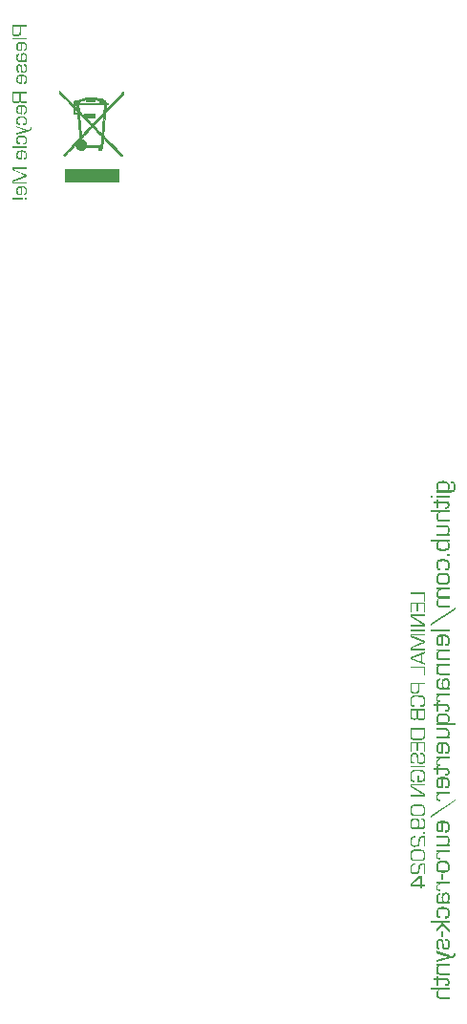
<source format=gbo>
G04 #@! TF.GenerationSoftware,KiCad,Pcbnew,8.0.5*
G04 #@! TF.CreationDate,2024-11-24T11:24:00+01:00*
G04 #@! TF.ProjectId,kicks-panel,6b69636b-732d-4706-916e-656c2e6b6963,rev?*
G04 #@! TF.SameCoordinates,Original*
G04 #@! TF.FileFunction,Legend,Bot*
G04 #@! TF.FilePolarity,Positive*
%FSLAX46Y46*%
G04 Gerber Fmt 4.6, Leading zero omitted, Abs format (unit mm)*
G04 Created by KiCad (PCBNEW 8.0.5) date 2024-11-24 11:24:00*
%MOMM*%
%LPD*%
G01*
G04 APERTURE LIST*
%ADD10C,0.150000*%
%ADD11C,0.010000*%
%ADD12C,7.200000*%
%ADD13C,6.200000*%
%ADD14C,3.200000*%
%ADD15O,7.000000X3.200000*%
G04 APERTURE END LIST*
D10*
G36*
X88762108Y-82034014D02*
G01*
X88850943Y-82041259D01*
X88944199Y-82056328D01*
X89034597Y-82082700D01*
X89121703Y-82130517D01*
X89136876Y-82143519D01*
X89193039Y-82217796D01*
X89226321Y-82305483D01*
X89242595Y-82398934D01*
X89247000Y-82491459D01*
X89246424Y-82530370D01*
X89237795Y-82635275D01*
X89214639Y-82735239D01*
X89170915Y-82819910D01*
X89099721Y-82877460D01*
X89101040Y-82880977D01*
X89338884Y-82880977D01*
X89387098Y-82879314D01*
X89481441Y-82861745D01*
X89556944Y-82812834D01*
X89595111Y-82728684D01*
X89609288Y-82638078D01*
X89612778Y-82547293D01*
X89611294Y-82480621D01*
X89602226Y-82390452D01*
X89570572Y-82300656D01*
X89561793Y-82290600D01*
X89479348Y-82252296D01*
X89387683Y-82244383D01*
X89387683Y-82077321D01*
X89426151Y-82078167D01*
X89517169Y-82088698D01*
X89607295Y-82118785D01*
X89676085Y-82173601D01*
X89680846Y-82179810D01*
X89720138Y-82259941D01*
X89740691Y-82347662D01*
X89750741Y-82441639D01*
X89753461Y-82534983D01*
X89753101Y-82571353D01*
X89747691Y-82671765D01*
X89733175Y-82772426D01*
X89705767Y-82865725D01*
X89661138Y-82942966D01*
X89605606Y-82991629D01*
X89520208Y-83029755D01*
X89423920Y-83048872D01*
X89323936Y-83054194D01*
X88065255Y-83054194D01*
X88065255Y-82880977D01*
X88224843Y-82889770D01*
X88226162Y-82885813D01*
X88179807Y-82853135D01*
X88121981Y-82780354D01*
X88087882Y-82695980D01*
X88070912Y-82608287D01*
X88067037Y-82538500D01*
X88205939Y-82538500D01*
X88206018Y-82551277D01*
X88212372Y-82643566D01*
X88234612Y-82734121D01*
X88287272Y-82810636D01*
X88355450Y-82845180D01*
X88446470Y-82865330D01*
X88536690Y-82873838D01*
X88627551Y-82876141D01*
X88730467Y-82873838D01*
X88832721Y-82865330D01*
X88926088Y-82847930D01*
X89013552Y-82810636D01*
X89024785Y-82801896D01*
X89076965Y-82726306D01*
X89100518Y-82632995D01*
X89106316Y-82538500D01*
X89106233Y-82525891D01*
X89099639Y-82435092D01*
X89076558Y-82346787D01*
X89021905Y-82273839D01*
X88940340Y-82239297D01*
X88851458Y-82223182D01*
X88753265Y-82215302D01*
X88653929Y-82213169D01*
X88570842Y-82214650D01*
X88470786Y-82221700D01*
X88379671Y-82236868D01*
X88289470Y-82273839D01*
X88284331Y-82277770D01*
X88232369Y-82354357D01*
X88211159Y-82445462D01*
X88205939Y-82538500D01*
X88067037Y-82538500D01*
X88065255Y-82506407D01*
X88065750Y-82472900D01*
X88073168Y-82380478D01*
X88093076Y-82288007D01*
X88130665Y-82202573D01*
X88191870Y-82132275D01*
X88199997Y-82126081D01*
X88280341Y-82083608D01*
X88373001Y-82056768D01*
X88469034Y-82041430D01*
X88560774Y-82034056D01*
X88663161Y-82031599D01*
X88762108Y-82034014D01*
G37*
G36*
X87558793Y-83523727D02*
G01*
X87755750Y-83523727D01*
X87755750Y-83350510D01*
X87558793Y-83350510D01*
X87558793Y-83523727D01*
G37*
G36*
X88065255Y-83523727D02*
G01*
X89247000Y-83523727D01*
X89247000Y-83350510D01*
X88065255Y-83350510D01*
X88065255Y-83523727D01*
G37*
G36*
X88065255Y-84450482D02*
G01*
X88205939Y-84450482D01*
X88205939Y-83995458D01*
X88929581Y-83995458D01*
X89022781Y-84011858D01*
X89089056Y-84074836D01*
X89106316Y-84163399D01*
X89090988Y-84251498D01*
X89025235Y-84317246D01*
X88949365Y-84330461D01*
X88890893Y-84331780D01*
X88824948Y-84334418D01*
X88824948Y-84494885D01*
X88909798Y-84496204D01*
X89006941Y-84488111D01*
X89101779Y-84457034D01*
X89172907Y-84402650D01*
X89220326Y-84324958D01*
X89244036Y-84223958D01*
X89247000Y-84164718D01*
X89240270Y-84066055D01*
X89214427Y-83969733D01*
X89159781Y-83887793D01*
X89078755Y-83838629D01*
X88988306Y-83822575D01*
X88971347Y-83822241D01*
X88929581Y-83822241D01*
X88205939Y-83822241D01*
X88205939Y-83659135D01*
X88065255Y-83659135D01*
X88065255Y-83822241D01*
X87783887Y-83822241D01*
X87783887Y-83995458D01*
X88065255Y-83995458D01*
X88065255Y-84450482D01*
G37*
G36*
X87558793Y-84816260D02*
G01*
X88211214Y-84816260D01*
X88213852Y-84819777D01*
X88142021Y-84875229D01*
X88097906Y-84955759D01*
X88074542Y-85050339D01*
X88065835Y-85149325D01*
X88065255Y-85185995D01*
X88071169Y-85290271D01*
X88088913Y-85380644D01*
X88127727Y-85474059D01*
X88185023Y-85545749D01*
X88260803Y-85595714D01*
X88355065Y-85623956D01*
X88443782Y-85630908D01*
X88492143Y-85630908D01*
X89247000Y-85630908D01*
X89247000Y-85457691D01*
X88492143Y-85457691D01*
X88458730Y-85457691D01*
X88360230Y-85444626D01*
X88277283Y-85397702D01*
X88225935Y-85316651D01*
X88206926Y-85217736D01*
X88205939Y-85184676D01*
X88209557Y-85095297D01*
X88224843Y-85000908D01*
X88259772Y-84916901D01*
X88281556Y-84890119D01*
X88359290Y-84845111D01*
X88445179Y-84824988D01*
X88541377Y-84816909D01*
X88582268Y-84816260D01*
X89247000Y-84816260D01*
X89247000Y-84643043D01*
X87558793Y-84643043D01*
X87558793Y-84816260D01*
G37*
G36*
X88065255Y-86901899D02*
G01*
X89247000Y-86901899D01*
X89247000Y-86728682D01*
X89092687Y-86740991D01*
X89088730Y-86737474D01*
X89157973Y-86679552D01*
X89207432Y-86595911D01*
X89234480Y-86501628D01*
X89245608Y-86405141D01*
X89247000Y-86351473D01*
X89240817Y-86254409D01*
X89215701Y-86151279D01*
X89171265Y-86068371D01*
X89107509Y-86005684D01*
X89024433Y-85963218D01*
X88922037Y-85940975D01*
X88851326Y-85937335D01*
X88065255Y-85937335D01*
X88065255Y-86110552D01*
X88851326Y-86110552D01*
X88944008Y-86116838D01*
X89032050Y-86145670D01*
X89054878Y-86163748D01*
X89095013Y-86249179D01*
X89105864Y-86344295D01*
X89106316Y-86372575D01*
X89101452Y-86466575D01*
X89084354Y-86553210D01*
X89042406Y-86637239D01*
X89028500Y-86652624D01*
X88951838Y-86698972D01*
X88859995Y-86721254D01*
X88768221Y-86728384D01*
X88742736Y-86728682D01*
X88065255Y-86728682D01*
X88065255Y-86901899D01*
G37*
G36*
X89247000Y-87389017D02*
G01*
X89101040Y-87380224D01*
X89099721Y-87385060D01*
X89126041Y-87404084D01*
X89183572Y-87470757D01*
X89222693Y-87560622D01*
X89241822Y-87658277D01*
X89247000Y-87756114D01*
X89246510Y-87789634D01*
X89239168Y-87882262D01*
X89219469Y-87975286D01*
X89182271Y-88061764D01*
X89121703Y-88133762D01*
X89046360Y-88179539D01*
X88959969Y-88208865D01*
X88870716Y-88226032D01*
X88767428Y-88235841D01*
X88670635Y-88238395D01*
X88649383Y-88238299D01*
X88549342Y-88234918D01*
X88459669Y-88226707D01*
X88365748Y-88210478D01*
X88275044Y-88182754D01*
X88196267Y-88139477D01*
X88180402Y-88126484D01*
X88121677Y-88052457D01*
X88086877Y-87965285D01*
X88069861Y-87872511D01*
X88065255Y-87780733D01*
X88066274Y-87736330D01*
X88205939Y-87736330D01*
X88206024Y-87748615D01*
X88212824Y-87837188D01*
X88236627Y-87923638D01*
X88292987Y-87995716D01*
X88375804Y-88030257D01*
X88465270Y-88046373D01*
X88563748Y-88054253D01*
X88663161Y-88056386D01*
X88742925Y-88054894D01*
X88839628Y-88047792D01*
X88938303Y-88030068D01*
X89019707Y-87995276D01*
X89072484Y-87931268D01*
X89099465Y-87840659D01*
X89106316Y-87743804D01*
X89106233Y-87729894D01*
X89099604Y-87630055D01*
X89076403Y-87533850D01*
X89021466Y-87456281D01*
X88989328Y-87438296D01*
X88903837Y-87413605D01*
X88812772Y-87401229D01*
X88717605Y-87395377D01*
X88626232Y-87393853D01*
X88565974Y-87394931D01*
X88473085Y-87402009D01*
X88377150Y-87420815D01*
X88290349Y-87462876D01*
X88280128Y-87472084D01*
X88232647Y-87549405D01*
X88211214Y-87642742D01*
X88205939Y-87736330D01*
X88066274Y-87736330D01*
X88066615Y-87721443D01*
X88077496Y-87617074D01*
X88099258Y-87531653D01*
X88145200Y-87447236D01*
X88220007Y-87392534D01*
X88216050Y-87389017D01*
X87558793Y-87389017D01*
X87558793Y-87215800D01*
X89247000Y-87215800D01*
X89247000Y-87389017D01*
G37*
G36*
X89021905Y-88693420D02*
G01*
X89247000Y-88693420D01*
X89247000Y-88503057D01*
X89021905Y-88503057D01*
X89021905Y-88693420D01*
G37*
G36*
X88824948Y-89807900D02*
G01*
X88824948Y-89981117D01*
X88886057Y-89981996D01*
X88990040Y-89969857D01*
X89076398Y-89933439D01*
X89145132Y-89872742D01*
X89196242Y-89787766D01*
X89224441Y-89702305D01*
X89241360Y-89601305D01*
X89247000Y-89484767D01*
X89244155Y-89390431D01*
X89233233Y-89291142D01*
X89210137Y-89194488D01*
X89170089Y-89109322D01*
X89130496Y-89063155D01*
X89045383Y-89013638D01*
X88952113Y-88986328D01*
X88853313Y-88970723D01*
X88757686Y-88963220D01*
X88649972Y-88960719D01*
X88548843Y-88963263D01*
X88458404Y-88970894D01*
X88363988Y-88986768D01*
X88273293Y-89014546D01*
X88195299Y-89058503D01*
X88187474Y-89064913D01*
X88128393Y-89138689D01*
X88092110Y-89229316D01*
X88072894Y-89327954D01*
X88065732Y-89426867D01*
X88065255Y-89462785D01*
X88068176Y-89564490D01*
X88076940Y-89653306D01*
X88094548Y-89740632D01*
X88128872Y-89827127D01*
X88148346Y-89856260D01*
X88222365Y-89916082D01*
X88308505Y-89946557D01*
X88404401Y-89959692D01*
X88459170Y-89961333D01*
X88459170Y-89788116D01*
X88428835Y-89788116D01*
X88341148Y-89778534D01*
X88263277Y-89735944D01*
X88250782Y-89719973D01*
X88220127Y-89634813D01*
X88208741Y-89542249D01*
X88205939Y-89449156D01*
X88211187Y-89360267D01*
X88232508Y-89273653D01*
X88284743Y-89201749D01*
X88289909Y-89198123D01*
X88372013Y-89166585D01*
X88462723Y-89151871D01*
X88563506Y-89144676D01*
X88665799Y-89142729D01*
X88765351Y-89144970D01*
X88863094Y-89153250D01*
X88950533Y-89170183D01*
X89028500Y-89206476D01*
X89078883Y-89286278D01*
X89098716Y-89374339D01*
X89106012Y-89475153D01*
X89106316Y-89503671D01*
X89103238Y-89593549D01*
X89088957Y-89687611D01*
X89057076Y-89754704D01*
X88974424Y-89794601D01*
X88878838Y-89806601D01*
X88824948Y-89807900D01*
G37*
G36*
X88765347Y-90184854D02*
G01*
X88861924Y-90192002D01*
X88961125Y-90206871D01*
X89053849Y-90232891D01*
X89136651Y-90280070D01*
X89174152Y-90324723D01*
X89212084Y-90409312D01*
X89233960Y-90506814D01*
X89244305Y-90607834D01*
X89247000Y-90704320D01*
X89245275Y-90782713D01*
X89238271Y-90870580D01*
X89222753Y-90961173D01*
X89189993Y-91056767D01*
X89136651Y-91129889D01*
X89121791Y-91141708D01*
X89042120Y-91181357D01*
X88945856Y-91206043D01*
X88843620Y-91219768D01*
X88744515Y-91225963D01*
X88656127Y-91227488D01*
X88546918Y-91225105D01*
X88450374Y-91217957D01*
X88351239Y-91203088D01*
X88258633Y-91177068D01*
X88176043Y-91129889D01*
X88138393Y-91085190D01*
X88100309Y-91000395D01*
X88078346Y-90902578D01*
X88067960Y-90801186D01*
X88065255Y-90704320D01*
X88205939Y-90704320D01*
X88206222Y-90732538D01*
X88211677Y-90820453D01*
X88228891Y-90908695D01*
X88278479Y-90990524D01*
X88300248Y-91003404D01*
X88386466Y-91028091D01*
X88473847Y-91038985D01*
X88566459Y-91044137D01*
X88656127Y-91045478D01*
X88762367Y-91043546D01*
X88852253Y-91037750D01*
X88946666Y-91024012D01*
X89033775Y-90990524D01*
X89050777Y-90974031D01*
X89088181Y-90891496D01*
X89102844Y-90797056D01*
X89106316Y-90704320D01*
X89106245Y-90690093D01*
X89100578Y-90588613D01*
X89083363Y-90500656D01*
X89033775Y-90418996D01*
X89012007Y-90406116D01*
X88925788Y-90381429D01*
X88838408Y-90370535D01*
X88745796Y-90365383D01*
X88656127Y-90364041D01*
X88549888Y-90365973D01*
X88460001Y-90371769D01*
X88365589Y-90385508D01*
X88278479Y-90418996D01*
X88261477Y-90435475D01*
X88224074Y-90517804D01*
X88209410Y-90611927D01*
X88205939Y-90704320D01*
X88065255Y-90704320D01*
X88066229Y-90645086D01*
X88074018Y-90538698D01*
X88089598Y-90448414D01*
X88122488Y-90353088D01*
X88176043Y-90280070D01*
X88190850Y-90268252D01*
X88270342Y-90228602D01*
X88366495Y-90203916D01*
X88468669Y-90190191D01*
X88567746Y-90183996D01*
X88656127Y-90182471D01*
X88765347Y-90184854D01*
G37*
G36*
X88065255Y-91490831D02*
G01*
X88065255Y-91664048D01*
X88243308Y-91660091D01*
X88246825Y-91664048D01*
X88176077Y-91716758D01*
X88122705Y-91787182D01*
X88086710Y-91875320D01*
X88069688Y-91964965D01*
X88065255Y-92049610D01*
X88069688Y-92137808D01*
X88086710Y-92228400D01*
X88122705Y-92313073D01*
X88185120Y-92382123D01*
X88246825Y-92414509D01*
X88246825Y-92419345D01*
X88176077Y-92476821D01*
X88122705Y-92551928D01*
X88086710Y-92644663D01*
X88069688Y-92738182D01*
X88065255Y-92826009D01*
X88071650Y-92924000D01*
X88097631Y-93028115D01*
X88143598Y-93111816D01*
X88209550Y-93175102D01*
X88295487Y-93217973D01*
X88401410Y-93240429D01*
X88474557Y-93244104D01*
X89247000Y-93244104D01*
X89247000Y-93070887D01*
X88458290Y-93070887D01*
X88368258Y-93064289D01*
X88281653Y-93034028D01*
X88258695Y-93015053D01*
X88219128Y-92934929D01*
X88206763Y-92842378D01*
X88205939Y-92805346D01*
X88210582Y-92710961D01*
X88226908Y-92624551D01*
X88266959Y-92541902D01*
X88280237Y-92527056D01*
X88362808Y-92479804D01*
X88456540Y-92459849D01*
X88550443Y-92454147D01*
X88563364Y-92454076D01*
X89247000Y-92454076D01*
X89247000Y-92280859D01*
X88474557Y-92280859D01*
X88420042Y-92278661D01*
X88326372Y-92262339D01*
X88252983Y-92204959D01*
X88216184Y-92119271D01*
X88205939Y-92017516D01*
X88214966Y-91915687D01*
X88242046Y-91831117D01*
X88298372Y-91752415D01*
X88380696Y-91698566D01*
X88469158Y-91672678D01*
X88575674Y-91664048D01*
X89247000Y-91664048D01*
X89247000Y-91490831D01*
X88065255Y-91490831D01*
G37*
G36*
X87558793Y-94876916D02*
G01*
X89753461Y-93393141D01*
X89753461Y-93250698D01*
X87558793Y-94735793D01*
X87558793Y-94876916D01*
G37*
G36*
X87558793Y-95371068D02*
G01*
X89247000Y-95371068D01*
X89247000Y-95197851D01*
X87558793Y-95197851D01*
X87558793Y-95371068D01*
G37*
G36*
X88753986Y-95640418D02*
G01*
X88851264Y-95647888D01*
X88951563Y-95663427D01*
X89045919Y-95690619D01*
X89131375Y-95739924D01*
X89170669Y-95786070D01*
X89210415Y-95872170D01*
X89233337Y-95970544D01*
X89244177Y-96071976D01*
X89247000Y-96168570D01*
X89246930Y-96185936D01*
X89243570Y-96283205D01*
X89233283Y-96381684D01*
X89213129Y-96474447D01*
X89175339Y-96560726D01*
X89165905Y-96574302D01*
X89098980Y-96633311D01*
X89016050Y-96663966D01*
X88923427Y-96672834D01*
X88881221Y-96671515D01*
X88881221Y-96494781D01*
X88919470Y-96494781D01*
X88995410Y-96486002D01*
X89071145Y-96432352D01*
X89095187Y-96349706D01*
X89104117Y-96256360D01*
X89106316Y-96161096D01*
X89106243Y-96147486D01*
X89100404Y-96049859D01*
X89079967Y-95955956D01*
X89031577Y-95880608D01*
X88965546Y-95849077D01*
X88873080Y-95830685D01*
X88779524Y-95822919D01*
X88684264Y-95820817D01*
X88684264Y-96671515D01*
X88594578Y-96671515D01*
X88535388Y-96670622D01*
X88428855Y-96663482D01*
X88338118Y-96649200D01*
X88241707Y-96619051D01*
X88166811Y-96569959D01*
X88132298Y-96524111D01*
X88097388Y-96438313D01*
X88077255Y-96340114D01*
X88067734Y-96238764D01*
X88065673Y-96158458D01*
X88205939Y-96158458D01*
X88209291Y-96253750D01*
X88222909Y-96347207D01*
X88259575Y-96430154D01*
X88311203Y-96466197D01*
X88401177Y-96488454D01*
X88491703Y-96493462D01*
X88543580Y-96494781D01*
X88543580Y-95823455D01*
X88446942Y-95827357D01*
X88352343Y-95843208D01*
X88268807Y-95885883D01*
X88264939Y-95889929D01*
X88225831Y-95968782D01*
X88209868Y-96062617D01*
X88205939Y-96158458D01*
X88065673Y-96158458D01*
X88065255Y-96142192D01*
X88065715Y-96105588D01*
X88072619Y-96004970D01*
X88091144Y-95905007D01*
X88126122Y-95813741D01*
X88183078Y-95740363D01*
X88267015Y-95690846D01*
X88357064Y-95663537D01*
X88451495Y-95647931D01*
X88542348Y-95640429D01*
X88644257Y-95637928D01*
X88753986Y-95640418D01*
G37*
G36*
X88065255Y-96938814D02*
G01*
X88065255Y-97105876D01*
X88226162Y-97100601D01*
X88229679Y-97105876D01*
X88157744Y-97160116D01*
X88106361Y-97243703D01*
X88078261Y-97340913D01*
X88066700Y-97442119D01*
X88065255Y-97498912D01*
X88068269Y-97588124D01*
X88079404Y-97677671D01*
X88105775Y-97769804D01*
X88150984Y-97841829D01*
X88228115Y-97892890D01*
X88318733Y-97918903D01*
X88406333Y-97929325D01*
X88478074Y-97931515D01*
X89247000Y-97931515D01*
X89247000Y-97758737D01*
X88493022Y-97758737D01*
X88448618Y-97758737D01*
X88354296Y-97750577D01*
X88269501Y-97714307D01*
X88255618Y-97700705D01*
X88218359Y-97615745D01*
X88207152Y-97526095D01*
X88205939Y-97476930D01*
X88214000Y-97371808D01*
X88238182Y-97284503D01*
X88288481Y-97203256D01*
X88361995Y-97147666D01*
X88458723Y-97117733D01*
X88536106Y-97112031D01*
X89247000Y-97112031D01*
X89247000Y-96938814D01*
X88065255Y-96938814D01*
G37*
G36*
X88065255Y-98238381D02*
G01*
X88065255Y-98405444D01*
X88226162Y-98400168D01*
X88229679Y-98405444D01*
X88157744Y-98459684D01*
X88106361Y-98543270D01*
X88078261Y-98640480D01*
X88066700Y-98741686D01*
X88065255Y-98798479D01*
X88068269Y-98887691D01*
X88079404Y-98977238D01*
X88105775Y-99069371D01*
X88150984Y-99141396D01*
X88228115Y-99192458D01*
X88318733Y-99218470D01*
X88406333Y-99228893D01*
X88478074Y-99231082D01*
X89247000Y-99231082D01*
X89247000Y-99058305D01*
X88493022Y-99058305D01*
X88448618Y-99058305D01*
X88354296Y-99050144D01*
X88269501Y-99013874D01*
X88255618Y-99000273D01*
X88218359Y-98915313D01*
X88207152Y-98825662D01*
X88205939Y-98776497D01*
X88214000Y-98671375D01*
X88238182Y-98584070D01*
X88288481Y-98502823D01*
X88361995Y-98447233D01*
X88458723Y-98417300D01*
X88536106Y-98411599D01*
X89247000Y-98411599D01*
X89247000Y-98238381D01*
X88065255Y-98238381D01*
G37*
G36*
X88965004Y-99499681D02*
G01*
X89053861Y-99523743D01*
X89138359Y-99581492D01*
X89190332Y-99653678D01*
X89225540Y-99747738D01*
X89241635Y-99838736D01*
X89247000Y-99943734D01*
X89246501Y-99980801D01*
X89239031Y-100082439D01*
X89218986Y-100182890D01*
X89181136Y-100273785D01*
X89119505Y-100345562D01*
X89120824Y-100349079D01*
X89247000Y-100335451D01*
X89247000Y-100508668D01*
X88472799Y-100508668D01*
X88415728Y-100507046D01*
X88315931Y-100494077D01*
X88226518Y-100463984D01*
X88150105Y-100404913D01*
X88130218Y-100375973D01*
X88095168Y-100288905D01*
X88077187Y-100200173D01*
X88068238Y-100109482D01*
X88065255Y-100005283D01*
X88067681Y-99909657D01*
X88076646Y-99813916D01*
X88094981Y-99725363D01*
X88134278Y-99639945D01*
X88143364Y-99628658D01*
X88219449Y-99576232D01*
X88311094Y-99552567D01*
X88402896Y-99546742D01*
X88402896Y-99718640D01*
X88370803Y-99717321D01*
X88341340Y-99720122D01*
X88264060Y-99769925D01*
X88225420Y-99854589D01*
X88209964Y-99944234D01*
X88205939Y-100036058D01*
X88207933Y-100101952D01*
X88221945Y-100198511D01*
X88262652Y-100279617D01*
X88324167Y-100313640D01*
X88413902Y-100331034D01*
X88511047Y-100335451D01*
X88653050Y-100335451D01*
X88654369Y-100331933D01*
X88622452Y-100306465D01*
X88578634Y-100229896D01*
X88556671Y-100143030D01*
X88546285Y-100049552D01*
X88544726Y-99996930D01*
X88684264Y-99996930D01*
X88687039Y-100091177D01*
X88698313Y-100185339D01*
X88728667Y-100273022D01*
X88734546Y-100281647D01*
X88810999Y-100332489D01*
X88901445Y-100344243D01*
X88981272Y-100326719D01*
X89048496Y-100263776D01*
X89086309Y-100171148D01*
X89101314Y-100083528D01*
X89106316Y-99978026D01*
X89104816Y-99914234D01*
X89094280Y-99819601D01*
X89063671Y-99737104D01*
X89060918Y-99733453D01*
X88981567Y-99687549D01*
X88889135Y-99677753D01*
X88800202Y-99687621D01*
X88722952Y-99737544D01*
X88696505Y-99816837D01*
X88686682Y-99906035D01*
X88684264Y-99996930D01*
X88544726Y-99996930D01*
X88543580Y-99958242D01*
X88543656Y-99942023D01*
X88547304Y-99851348D01*
X88558475Y-99759938D01*
X88580360Y-99674429D01*
X88621396Y-99595981D01*
X88642828Y-99572488D01*
X88722169Y-99524033D01*
X88809341Y-99502009D01*
X88903643Y-99495744D01*
X88965004Y-99499681D01*
G37*
G36*
X88065255Y-100838835D02*
G01*
X88065255Y-101012052D01*
X88202422Y-100994906D01*
X88205939Y-100998423D01*
X88132080Y-101058022D01*
X88079323Y-101134381D01*
X88047669Y-101227502D01*
X88037283Y-101322732D01*
X88037118Y-101337384D01*
X88045415Y-101431360D01*
X88077275Y-101523107D01*
X88133030Y-101591917D01*
X88212680Y-101637791D01*
X88316225Y-101660727D01*
X88376958Y-101663594D01*
X88459170Y-101662275D01*
X88459170Y-101491696D01*
X88428835Y-101495213D01*
X88364208Y-101499170D01*
X88274100Y-101483521D01*
X88204015Y-101421890D01*
X88179440Y-101336689D01*
X88177802Y-101301333D01*
X88190600Y-101203023D01*
X88237879Y-101114035D01*
X88319997Y-101052732D01*
X88418112Y-101022222D01*
X88519426Y-101012335D01*
X88541822Y-101012052D01*
X89247000Y-101012052D01*
X89247000Y-100838835D01*
X88065255Y-100838835D01*
G37*
G36*
X88065255Y-102452743D02*
G01*
X88205939Y-102452743D01*
X88205939Y-101997719D01*
X88929581Y-101997719D01*
X89022781Y-102014119D01*
X89089056Y-102077097D01*
X89106316Y-102165660D01*
X89090988Y-102253759D01*
X89025235Y-102319507D01*
X88949365Y-102332722D01*
X88890893Y-102334041D01*
X88824948Y-102336679D01*
X88824948Y-102497146D01*
X88909798Y-102498465D01*
X89006941Y-102490372D01*
X89101779Y-102459295D01*
X89172907Y-102404911D01*
X89220326Y-102327219D01*
X89244036Y-102226219D01*
X89247000Y-102166979D01*
X89240270Y-102068316D01*
X89214427Y-101971994D01*
X89159781Y-101890054D01*
X89078755Y-101840890D01*
X88988306Y-101824836D01*
X88971347Y-101824502D01*
X88929581Y-101824502D01*
X88205939Y-101824502D01*
X88205939Y-101661396D01*
X88065255Y-101661396D01*
X88065255Y-101824502D01*
X87783887Y-101824502D01*
X87783887Y-101997719D01*
X88065255Y-101997719D01*
X88065255Y-102452743D01*
G37*
G36*
X88753851Y-102614339D02*
G01*
X88859611Y-102623736D01*
X88951090Y-102640181D01*
X89039766Y-102668275D01*
X89117307Y-102712129D01*
X89133012Y-102725266D01*
X89191145Y-102799432D01*
X89225595Y-102886027D01*
X89242440Y-102977756D01*
X89247000Y-103068235D01*
X89246424Y-103106124D01*
X89237795Y-103208891D01*
X89214639Y-103308118D01*
X89170915Y-103394267D01*
X89099721Y-103456435D01*
X89103678Y-103459952D01*
X89753461Y-103459952D01*
X89753461Y-103633169D01*
X88065255Y-103633169D01*
X88065255Y-103459952D01*
X88211214Y-103468744D01*
X88215171Y-103465227D01*
X88171982Y-103430048D01*
X88118106Y-103354293D01*
X88086337Y-103268352D01*
X88070525Y-103180088D01*
X88066644Y-103105164D01*
X88205939Y-103105164D01*
X88206279Y-103132352D01*
X88214440Y-103228701D01*
X88239942Y-103321239D01*
X88292987Y-103391368D01*
X88325365Y-103409733D01*
X88410423Y-103434946D01*
X88500382Y-103447583D01*
X88594066Y-103453559D01*
X88683824Y-103455116D01*
X88744103Y-103454030D01*
X88837127Y-103446908D01*
X88933421Y-103427982D01*
X89021026Y-103385653D01*
X89031354Y-103376506D01*
X89079329Y-103299845D01*
X89100985Y-103207435D01*
X89106316Y-103114836D01*
X89106234Y-103102604D01*
X89099743Y-103014299D01*
X89077023Y-102927797D01*
X89023224Y-102855011D01*
X88952985Y-102822553D01*
X88858936Y-102803620D01*
X88765590Y-102795626D01*
X88671515Y-102793462D01*
X88571246Y-102795564D01*
X88471692Y-102803330D01*
X88380893Y-102819211D01*
X88296064Y-102853252D01*
X88241144Y-102916910D01*
X88213068Y-103007741D01*
X88205939Y-103105164D01*
X88066644Y-103105164D01*
X88065255Y-103078347D01*
X88065758Y-103046008D01*
X88073306Y-102956595D01*
X88093559Y-102866696D01*
X88131800Y-102782966D01*
X88194069Y-102713008D01*
X88202291Y-102706787D01*
X88282415Y-102664129D01*
X88373441Y-102637171D01*
X88467001Y-102621766D01*
X88555924Y-102614360D01*
X88654808Y-102611892D01*
X88753851Y-102614339D01*
G37*
G36*
X88065255Y-104893608D02*
G01*
X89247000Y-104893608D01*
X89247000Y-104720391D01*
X89092687Y-104732701D01*
X89088730Y-104729184D01*
X89157973Y-104671262D01*
X89207432Y-104587621D01*
X89234480Y-104493338D01*
X89245608Y-104396851D01*
X89247000Y-104343183D01*
X89240817Y-104246119D01*
X89215701Y-104142989D01*
X89171265Y-104060080D01*
X89107509Y-103997393D01*
X89024433Y-103954928D01*
X88922037Y-103932684D01*
X88851326Y-103929044D01*
X88065255Y-103929044D01*
X88065255Y-104102261D01*
X88851326Y-104102261D01*
X88944008Y-104108547D01*
X89032050Y-104137379D01*
X89054878Y-104155458D01*
X89095013Y-104240888D01*
X89105864Y-104336005D01*
X89106316Y-104364285D01*
X89101452Y-104458285D01*
X89084354Y-104544920D01*
X89042406Y-104628949D01*
X89028500Y-104644334D01*
X88951838Y-104690681D01*
X88859995Y-104712964D01*
X88768221Y-104720094D01*
X88742736Y-104720391D01*
X88065255Y-104720391D01*
X88065255Y-104893608D01*
G37*
G36*
X88753986Y-105175268D02*
G01*
X88851264Y-105182738D01*
X88951563Y-105198277D01*
X89045919Y-105225469D01*
X89131375Y-105274774D01*
X89170669Y-105320920D01*
X89210415Y-105407020D01*
X89233337Y-105505394D01*
X89244177Y-105606826D01*
X89247000Y-105703420D01*
X89246930Y-105720786D01*
X89243570Y-105818055D01*
X89233283Y-105916534D01*
X89213129Y-106009297D01*
X89175339Y-106095576D01*
X89165905Y-106109152D01*
X89098980Y-106168161D01*
X89016050Y-106198816D01*
X88923427Y-106207684D01*
X88881221Y-106206365D01*
X88881221Y-106029631D01*
X88919470Y-106029631D01*
X88995410Y-106020852D01*
X89071145Y-105967202D01*
X89095187Y-105884556D01*
X89104117Y-105791210D01*
X89106316Y-105695946D01*
X89106243Y-105682336D01*
X89100404Y-105584709D01*
X89079967Y-105490806D01*
X89031577Y-105415458D01*
X88965546Y-105383927D01*
X88873080Y-105365535D01*
X88779524Y-105357769D01*
X88684264Y-105355667D01*
X88684264Y-106206365D01*
X88594578Y-106206365D01*
X88535388Y-106205472D01*
X88428855Y-106198331D01*
X88338118Y-106184050D01*
X88241707Y-106153901D01*
X88166811Y-106104809D01*
X88132298Y-106058961D01*
X88097388Y-105973163D01*
X88077255Y-105874964D01*
X88067734Y-105773614D01*
X88065673Y-105693308D01*
X88205939Y-105693308D01*
X88209291Y-105788600D01*
X88222909Y-105882057D01*
X88259575Y-105965004D01*
X88311203Y-106001047D01*
X88401177Y-106023304D01*
X88491703Y-106028312D01*
X88543580Y-106029631D01*
X88543580Y-105358305D01*
X88446942Y-105362207D01*
X88352343Y-105378057D01*
X88268807Y-105420733D01*
X88264939Y-105424779D01*
X88225831Y-105503632D01*
X88209868Y-105597467D01*
X88205939Y-105693308D01*
X88065673Y-105693308D01*
X88065255Y-105677042D01*
X88065715Y-105640438D01*
X88072619Y-105539820D01*
X88091144Y-105439857D01*
X88126122Y-105348591D01*
X88183078Y-105275213D01*
X88267015Y-105225696D01*
X88357064Y-105198387D01*
X88451495Y-105182781D01*
X88542348Y-105175279D01*
X88644257Y-105172778D01*
X88753986Y-105175268D01*
G37*
G36*
X88065255Y-106490810D02*
G01*
X88065255Y-106664027D01*
X88202422Y-106646881D01*
X88205939Y-106650398D01*
X88132080Y-106709997D01*
X88079323Y-106786356D01*
X88047669Y-106879477D01*
X88037283Y-106974707D01*
X88037118Y-106989358D01*
X88045415Y-107083335D01*
X88077275Y-107175082D01*
X88133030Y-107243892D01*
X88212680Y-107289765D01*
X88316225Y-107312702D01*
X88376958Y-107315569D01*
X88459170Y-107314250D01*
X88459170Y-107143671D01*
X88428835Y-107147188D01*
X88364208Y-107151145D01*
X88274100Y-107135496D01*
X88204015Y-107073865D01*
X88179440Y-106988664D01*
X88177802Y-106953308D01*
X88190600Y-106854998D01*
X88237879Y-106766010D01*
X88319997Y-106704707D01*
X88418112Y-106674197D01*
X88519426Y-106664309D01*
X88541822Y-106664027D01*
X89247000Y-106664027D01*
X89247000Y-106490810D01*
X88065255Y-106490810D01*
G37*
G36*
X88065255Y-108104718D02*
G01*
X88205939Y-108104718D01*
X88205939Y-107649693D01*
X88929581Y-107649693D01*
X89022781Y-107666094D01*
X89089056Y-107729072D01*
X89106316Y-107817635D01*
X89090988Y-107905734D01*
X89025235Y-107971482D01*
X88949365Y-107984697D01*
X88890893Y-107986016D01*
X88824948Y-107988654D01*
X88824948Y-108149121D01*
X88909798Y-108150440D01*
X89006941Y-108142347D01*
X89101779Y-108111270D01*
X89172907Y-108056886D01*
X89220326Y-107979194D01*
X89244036Y-107878194D01*
X89247000Y-107818954D01*
X89240270Y-107720291D01*
X89214427Y-107623969D01*
X89159781Y-107542029D01*
X89078755Y-107492864D01*
X88988306Y-107476811D01*
X88971347Y-107476476D01*
X88929581Y-107476476D01*
X88205939Y-107476476D01*
X88205939Y-107313371D01*
X88065255Y-107313371D01*
X88065255Y-107476476D01*
X87783887Y-107476476D01*
X87783887Y-107649693D01*
X88065255Y-107649693D01*
X88065255Y-108104718D01*
G37*
G36*
X88753986Y-108265038D02*
G01*
X88851264Y-108272508D01*
X88951563Y-108288047D01*
X89045919Y-108315239D01*
X89131375Y-108364543D01*
X89170669Y-108410690D01*
X89210415Y-108496790D01*
X89233337Y-108595164D01*
X89244177Y-108696596D01*
X89247000Y-108793190D01*
X89246930Y-108810555D01*
X89243570Y-108907825D01*
X89233283Y-109006304D01*
X89213129Y-109099067D01*
X89175339Y-109185346D01*
X89165905Y-109198921D01*
X89098980Y-109257931D01*
X89016050Y-109288585D01*
X88923427Y-109297453D01*
X88881221Y-109296134D01*
X88881221Y-109119400D01*
X88919470Y-109119400D01*
X88995410Y-109110621D01*
X89071145Y-109056972D01*
X89095187Y-108974325D01*
X89104117Y-108880980D01*
X89106316Y-108785716D01*
X89106243Y-108772106D01*
X89100404Y-108674479D01*
X89079967Y-108580575D01*
X89031577Y-108505227D01*
X88965546Y-108473697D01*
X88873080Y-108455304D01*
X88779524Y-108447539D01*
X88684264Y-108445437D01*
X88684264Y-109296134D01*
X88594578Y-109296134D01*
X88535388Y-109295242D01*
X88428855Y-109288101D01*
X88338118Y-109273820D01*
X88241707Y-109243670D01*
X88166811Y-109194578D01*
X88132298Y-109148731D01*
X88097388Y-109062933D01*
X88077255Y-108964734D01*
X88067734Y-108863383D01*
X88065673Y-108783078D01*
X88205939Y-108783078D01*
X88209291Y-108878369D01*
X88222909Y-108971827D01*
X88259575Y-109054774D01*
X88311203Y-109090817D01*
X88401177Y-109113074D01*
X88491703Y-109118081D01*
X88543580Y-109119400D01*
X88543580Y-108448074D01*
X88446942Y-108451976D01*
X88352343Y-108467827D01*
X88268807Y-108510503D01*
X88264939Y-108514549D01*
X88225831Y-108593402D01*
X88209868Y-108687237D01*
X88205939Y-108783078D01*
X88065673Y-108783078D01*
X88065255Y-108766811D01*
X88065715Y-108730208D01*
X88072619Y-108629590D01*
X88091144Y-108529626D01*
X88126122Y-108438360D01*
X88183078Y-108364983D01*
X88267015Y-108315466D01*
X88357064Y-108288156D01*
X88451495Y-108272551D01*
X88542348Y-108265048D01*
X88644257Y-108262548D01*
X88753986Y-108265038D01*
G37*
G36*
X88065255Y-109580580D02*
G01*
X88065255Y-109753797D01*
X88202422Y-109736651D01*
X88205939Y-109740168D01*
X88132080Y-109799766D01*
X88079323Y-109876126D01*
X88047669Y-109969246D01*
X88037283Y-110064476D01*
X88037118Y-110079128D01*
X88045415Y-110173105D01*
X88077275Y-110264852D01*
X88133030Y-110333662D01*
X88212680Y-110379535D01*
X88316225Y-110402472D01*
X88376958Y-110405339D01*
X88459170Y-110404020D01*
X88459170Y-110233441D01*
X88428835Y-110236958D01*
X88364208Y-110240915D01*
X88274100Y-110225265D01*
X88204015Y-110163635D01*
X88179440Y-110078434D01*
X88177802Y-110043078D01*
X88190600Y-109944768D01*
X88237879Y-109855780D01*
X88319997Y-109794477D01*
X88418112Y-109763967D01*
X88519426Y-109754079D01*
X88541822Y-109753797D01*
X89247000Y-109753797D01*
X89247000Y-109580580D01*
X88065255Y-109580580D01*
G37*
G36*
X87558793Y-111873287D02*
G01*
X89753461Y-110389512D01*
X89753461Y-110247070D01*
X87558793Y-111732164D01*
X87558793Y-111873287D01*
G37*
G36*
X88753986Y-112161981D02*
G01*
X88851264Y-112169452D01*
X88951563Y-112184990D01*
X89045919Y-112212182D01*
X89131375Y-112261487D01*
X89170669Y-112307633D01*
X89210415Y-112393733D01*
X89233337Y-112492107D01*
X89244177Y-112593540D01*
X89247000Y-112690133D01*
X89246930Y-112707499D01*
X89243570Y-112804768D01*
X89233283Y-112903247D01*
X89213129Y-112996011D01*
X89175339Y-113082289D01*
X89165905Y-113095865D01*
X89098980Y-113154875D01*
X89016050Y-113185529D01*
X88923427Y-113194397D01*
X88881221Y-113193078D01*
X88881221Y-113016344D01*
X88919470Y-113016344D01*
X88995410Y-113007565D01*
X89071145Y-112953915D01*
X89095187Y-112871269D01*
X89104117Y-112777923D01*
X89106316Y-112682659D01*
X89106243Y-112669049D01*
X89100404Y-112571422D01*
X89079967Y-112477519D01*
X89031577Y-112402171D01*
X88965546Y-112370641D01*
X88873080Y-112352248D01*
X88779524Y-112344482D01*
X88684264Y-112342380D01*
X88684264Y-113193078D01*
X88594578Y-113193078D01*
X88535388Y-113192185D01*
X88428855Y-113185045D01*
X88338118Y-113170763D01*
X88241707Y-113140614D01*
X88166811Y-113091522D01*
X88132298Y-113045674D01*
X88097388Y-112959876D01*
X88077255Y-112861677D01*
X88067734Y-112760327D01*
X88065673Y-112680021D01*
X88205939Y-112680021D01*
X88209291Y-112775313D01*
X88222909Y-112868770D01*
X88259575Y-112951717D01*
X88311203Y-112987761D01*
X88401177Y-113010017D01*
X88491703Y-113015025D01*
X88543580Y-113016344D01*
X88543580Y-112345018D01*
X88446942Y-112348920D01*
X88352343Y-112364771D01*
X88268807Y-112407446D01*
X88264939Y-112411492D01*
X88225831Y-112490345D01*
X88209868Y-112584181D01*
X88205939Y-112680021D01*
X88065673Y-112680021D01*
X88065255Y-112663755D01*
X88065715Y-112627152D01*
X88072619Y-112526533D01*
X88091144Y-112426570D01*
X88126122Y-112335304D01*
X88183078Y-112261927D01*
X88267015Y-112212409D01*
X88357064Y-112185100D01*
X88451495Y-112169495D01*
X88542348Y-112161992D01*
X88644257Y-112159491D01*
X88753986Y-112161981D01*
G37*
G36*
X88065255Y-114424941D02*
G01*
X89247000Y-114424941D01*
X89247000Y-114251724D01*
X89092687Y-114264034D01*
X89088730Y-114260517D01*
X89157973Y-114202595D01*
X89207432Y-114118954D01*
X89234480Y-114024670D01*
X89245608Y-113928184D01*
X89247000Y-113874515D01*
X89240817Y-113777452D01*
X89215701Y-113674322D01*
X89171265Y-113591413D01*
X89107509Y-113528726D01*
X89024433Y-113486261D01*
X88922037Y-113464017D01*
X88851326Y-113460377D01*
X88065255Y-113460377D01*
X88065255Y-113633594D01*
X88851326Y-113633594D01*
X88944008Y-113639880D01*
X89032050Y-113668712D01*
X89054878Y-113686790D01*
X89095013Y-113772221D01*
X89105864Y-113867337D01*
X89106316Y-113895618D01*
X89101452Y-113989618D01*
X89084354Y-114076253D01*
X89042406Y-114160282D01*
X89028500Y-114175667D01*
X88951838Y-114222014D01*
X88859995Y-114244297D01*
X88768221Y-114251427D01*
X88742736Y-114251724D01*
X88065255Y-114251724D01*
X88065255Y-114424941D01*
G37*
G36*
X88065255Y-114755988D02*
G01*
X88065255Y-114929205D01*
X88202422Y-114912059D01*
X88205939Y-114915576D01*
X88132080Y-114975175D01*
X88079323Y-115051534D01*
X88047669Y-115144655D01*
X88037283Y-115239885D01*
X88037118Y-115254536D01*
X88045415Y-115348513D01*
X88077275Y-115440260D01*
X88133030Y-115509070D01*
X88212680Y-115554943D01*
X88316225Y-115577880D01*
X88376958Y-115580747D01*
X88459170Y-115579428D01*
X88459170Y-115408849D01*
X88428835Y-115412366D01*
X88364208Y-115416323D01*
X88274100Y-115400674D01*
X88204015Y-115339043D01*
X88179440Y-115253842D01*
X88177802Y-115218486D01*
X88190600Y-115120176D01*
X88237879Y-115031188D01*
X88319997Y-114969885D01*
X88418112Y-114939375D01*
X88519426Y-114929487D01*
X88541822Y-114929205D01*
X89247000Y-114929205D01*
X89247000Y-114755988D01*
X88065255Y-114755988D01*
G37*
G36*
X88765347Y-115711944D02*
G01*
X88861924Y-115719092D01*
X88961125Y-115733961D01*
X89053849Y-115759981D01*
X89136651Y-115807160D01*
X89174152Y-115851813D01*
X89212084Y-115936402D01*
X89233960Y-116033904D01*
X89244305Y-116134924D01*
X89247000Y-116231410D01*
X89245275Y-116309803D01*
X89238271Y-116397670D01*
X89222753Y-116488263D01*
X89189993Y-116583857D01*
X89136651Y-116656979D01*
X89121791Y-116668798D01*
X89042120Y-116708447D01*
X88945856Y-116733133D01*
X88843620Y-116746858D01*
X88744515Y-116753053D01*
X88656127Y-116754578D01*
X88546918Y-116752195D01*
X88450374Y-116745047D01*
X88351239Y-116730178D01*
X88258633Y-116704158D01*
X88176043Y-116656979D01*
X88138393Y-116612280D01*
X88100309Y-116527485D01*
X88078346Y-116429668D01*
X88067960Y-116328276D01*
X88065255Y-116231410D01*
X88205939Y-116231410D01*
X88206222Y-116259628D01*
X88211677Y-116347543D01*
X88228891Y-116435785D01*
X88278479Y-116517614D01*
X88300248Y-116530494D01*
X88386466Y-116555181D01*
X88473847Y-116566075D01*
X88566459Y-116571227D01*
X88656127Y-116572569D01*
X88762367Y-116570637D01*
X88852253Y-116564841D01*
X88946666Y-116551102D01*
X89033775Y-116517614D01*
X89050777Y-116501121D01*
X89088181Y-116418586D01*
X89102844Y-116324146D01*
X89106316Y-116231410D01*
X89106245Y-116217183D01*
X89100578Y-116115703D01*
X89083363Y-116027746D01*
X89033775Y-115946086D01*
X89012007Y-115933206D01*
X88925788Y-115908519D01*
X88838408Y-115897625D01*
X88745796Y-115892473D01*
X88656127Y-115891131D01*
X88549888Y-115893063D01*
X88460001Y-115898859D01*
X88365589Y-115912598D01*
X88278479Y-115946086D01*
X88261477Y-115962565D01*
X88224074Y-116044894D01*
X88209410Y-116139017D01*
X88205939Y-116231410D01*
X88065255Y-116231410D01*
X88066229Y-116172176D01*
X88074018Y-116065788D01*
X88089598Y-115975504D01*
X88122488Y-115880178D01*
X88176043Y-115807160D01*
X88190850Y-115795342D01*
X88270342Y-115755692D01*
X88366495Y-115731006D01*
X88468669Y-115717281D01*
X88567746Y-115711086D01*
X88656127Y-115709561D01*
X88765347Y-115711944D01*
G37*
G36*
X88543580Y-116869324D02*
G01*
X88543580Y-117391173D01*
X88712401Y-117391173D01*
X88712401Y-116865806D01*
X88543580Y-116869324D01*
G37*
G36*
X88065255Y-117557356D02*
G01*
X88065255Y-117730573D01*
X88202422Y-117713427D01*
X88205939Y-117716944D01*
X88132080Y-117776542D01*
X88079323Y-117852902D01*
X88047669Y-117946022D01*
X88037283Y-118041252D01*
X88037118Y-118055904D01*
X88045415Y-118149881D01*
X88077275Y-118241628D01*
X88133030Y-118310438D01*
X88212680Y-118356311D01*
X88316225Y-118379248D01*
X88376958Y-118382115D01*
X88459170Y-118380796D01*
X88459170Y-118210217D01*
X88428835Y-118213734D01*
X88364208Y-118217691D01*
X88274100Y-118202041D01*
X88204015Y-118140411D01*
X88179440Y-118055210D01*
X88177802Y-118019854D01*
X88190600Y-117921544D01*
X88237879Y-117832556D01*
X88319997Y-117771253D01*
X88418112Y-117740743D01*
X88519426Y-117730855D01*
X88541822Y-117730573D01*
X89247000Y-117730573D01*
X89247000Y-117557356D01*
X88065255Y-117557356D01*
G37*
G36*
X88965004Y-118506073D02*
G01*
X89053861Y-118530135D01*
X89138359Y-118587884D01*
X89190332Y-118660070D01*
X89225540Y-118754130D01*
X89241635Y-118845128D01*
X89247000Y-118950126D01*
X89246501Y-118987193D01*
X89239031Y-119088832D01*
X89218986Y-119189282D01*
X89181136Y-119280177D01*
X89119505Y-119351954D01*
X89120824Y-119355472D01*
X89247000Y-119341843D01*
X89247000Y-119515060D01*
X88472799Y-119515060D01*
X88415728Y-119513439D01*
X88315931Y-119500469D01*
X88226518Y-119470377D01*
X88150105Y-119411305D01*
X88130218Y-119382365D01*
X88095168Y-119295297D01*
X88077187Y-119206565D01*
X88068238Y-119115874D01*
X88065255Y-119011675D01*
X88067681Y-118916049D01*
X88076646Y-118820308D01*
X88094981Y-118731756D01*
X88134278Y-118646337D01*
X88143364Y-118635051D01*
X88219449Y-118582624D01*
X88311094Y-118558959D01*
X88402896Y-118553134D01*
X88402896Y-118725032D01*
X88370803Y-118723713D01*
X88341340Y-118726514D01*
X88264060Y-118776317D01*
X88225420Y-118860982D01*
X88209964Y-118950626D01*
X88205939Y-119042450D01*
X88207933Y-119108344D01*
X88221945Y-119204904D01*
X88262652Y-119286009D01*
X88324167Y-119320033D01*
X88413902Y-119337426D01*
X88511047Y-119341843D01*
X88653050Y-119341843D01*
X88654369Y-119338326D01*
X88622452Y-119312858D01*
X88578634Y-119236289D01*
X88556671Y-119149423D01*
X88546285Y-119055945D01*
X88544726Y-119003322D01*
X88684264Y-119003322D01*
X88687039Y-119097569D01*
X88698313Y-119191731D01*
X88728667Y-119279414D01*
X88734546Y-119288039D01*
X88810999Y-119338881D01*
X88901445Y-119350636D01*
X88981272Y-119333111D01*
X89048496Y-119270168D01*
X89086309Y-119177540D01*
X89101314Y-119089920D01*
X89106316Y-118984418D01*
X89104816Y-118920626D01*
X89094280Y-118825993D01*
X89063671Y-118743497D01*
X89060918Y-118739845D01*
X88981567Y-118693941D01*
X88889135Y-118684146D01*
X88800202Y-118694013D01*
X88722952Y-118743936D01*
X88696505Y-118823229D01*
X88686682Y-118912427D01*
X88684264Y-119003322D01*
X88544726Y-119003322D01*
X88543580Y-118964634D01*
X88543656Y-118948416D01*
X88547304Y-118857740D01*
X88558475Y-118766330D01*
X88580360Y-118680821D01*
X88621396Y-118602373D01*
X88642828Y-118578880D01*
X88722169Y-118530425D01*
X88809341Y-118508401D01*
X88903643Y-118502136D01*
X88965004Y-118506073D01*
G37*
G36*
X88824948Y-120640531D02*
G01*
X88824948Y-120813748D01*
X88886057Y-120814627D01*
X88990040Y-120802488D01*
X89076398Y-120766070D01*
X89145132Y-120705373D01*
X89196242Y-120620397D01*
X89224441Y-120534935D01*
X89241360Y-120433936D01*
X89247000Y-120317398D01*
X89244155Y-120223062D01*
X89233233Y-120123773D01*
X89210137Y-120027119D01*
X89170089Y-119941953D01*
X89130496Y-119895786D01*
X89045383Y-119846268D01*
X88952113Y-119818959D01*
X88853313Y-119803354D01*
X88757686Y-119795851D01*
X88649972Y-119793350D01*
X88548843Y-119795894D01*
X88458404Y-119803525D01*
X88363988Y-119819399D01*
X88273293Y-119847177D01*
X88195299Y-119891134D01*
X88187474Y-119897544D01*
X88128393Y-119971319D01*
X88092110Y-120061946D01*
X88072894Y-120160584D01*
X88065732Y-120259498D01*
X88065255Y-120295416D01*
X88068176Y-120397121D01*
X88076940Y-120485937D01*
X88094548Y-120573262D01*
X88128872Y-120659758D01*
X88148346Y-120688891D01*
X88222365Y-120748713D01*
X88308505Y-120779188D01*
X88404401Y-120792322D01*
X88459170Y-120793964D01*
X88459170Y-120620747D01*
X88428835Y-120620747D01*
X88341148Y-120611164D01*
X88263277Y-120568575D01*
X88250782Y-120552603D01*
X88220127Y-120467444D01*
X88208741Y-120374880D01*
X88205939Y-120281787D01*
X88211187Y-120192898D01*
X88232508Y-120106284D01*
X88284743Y-120034380D01*
X88289909Y-120030754D01*
X88372013Y-119999216D01*
X88462723Y-119984502D01*
X88563506Y-119977307D01*
X88665799Y-119975360D01*
X88765351Y-119977601D01*
X88863094Y-119985881D01*
X88950533Y-120002814D01*
X89028500Y-120039107D01*
X89078883Y-120118909D01*
X89098716Y-120206970D01*
X89106012Y-120307784D01*
X89106316Y-120336302D01*
X89103238Y-120426180D01*
X89088957Y-120520242D01*
X89057076Y-120587335D01*
X88974424Y-120627232D01*
X88878838Y-120639232D01*
X88824948Y-120640531D01*
G37*
G36*
X87558793Y-121221731D02*
G01*
X88543580Y-121221731D01*
X88543580Y-121300866D01*
X88065255Y-121718521D01*
X88065255Y-121936141D01*
X88614362Y-121430559D01*
X89247000Y-122027586D01*
X89247000Y-121794139D01*
X88684264Y-121292073D01*
X88684264Y-121221731D01*
X89247000Y-121221731D01*
X89247000Y-121048514D01*
X87558793Y-121048514D01*
X87558793Y-121221731D01*
G37*
G36*
X88543580Y-121983183D02*
G01*
X88543580Y-122505032D01*
X88712401Y-122505032D01*
X88712401Y-121979666D01*
X88543580Y-121983183D01*
G37*
G36*
X88374759Y-123570273D02*
G01*
X88374759Y-123397056D01*
X88287040Y-123386043D01*
X88233636Y-123346937D01*
X88212863Y-123257471D01*
X88206913Y-123161592D01*
X88205939Y-123089310D01*
X88208373Y-122991910D01*
X88217960Y-122903185D01*
X88236713Y-122844432D01*
X88313638Y-122798685D01*
X88383552Y-122792555D01*
X88477336Y-122809599D01*
X88546579Y-122875050D01*
X88568200Y-122967090D01*
X88575234Y-123106455D01*
X88583587Y-123283629D01*
X88595724Y-123376213D01*
X88629274Y-123466599D01*
X88694592Y-123543491D01*
X88773016Y-123584918D01*
X88872150Y-123603749D01*
X88909798Y-123605004D01*
X88998934Y-123598354D01*
X89089026Y-123571341D01*
X89160753Y-123517625D01*
X89175339Y-123498612D01*
X89213129Y-123414857D01*
X89233283Y-123323001D01*
X89243570Y-123224504D01*
X89246930Y-123126616D01*
X89247000Y-123109093D01*
X89244697Y-123006486D01*
X89237788Y-122916615D01*
X89223906Y-122827861D01*
X89196847Y-122739221D01*
X89181494Y-122709024D01*
X89116970Y-122642315D01*
X89030777Y-122608213D01*
X88941012Y-122599554D01*
X88881221Y-122600873D01*
X88881221Y-122780245D01*
X88931340Y-122781564D01*
X89018608Y-122796401D01*
X89071145Y-122840915D01*
X89097523Y-122928952D01*
X89105457Y-123022758D01*
X89106316Y-123074362D01*
X89103843Y-123172236D01*
X89095149Y-123260405D01*
X89071540Y-123346748D01*
X89066748Y-123355730D01*
X88994832Y-123410119D01*
X88901005Y-123422994D01*
X88813659Y-123409605D01*
X88741665Y-123350100D01*
X88720491Y-123264147D01*
X88720314Y-123253734D01*
X88719304Y-123159363D01*
X88715202Y-123053262D01*
X88707944Y-122960341D01*
X88695069Y-122866235D01*
X88674306Y-122780433D01*
X88655688Y-122734962D01*
X88594539Y-122664377D01*
X88510458Y-122625634D01*
X88411586Y-122611469D01*
X88386630Y-122610984D01*
X88298180Y-122617112D01*
X88210261Y-122642005D01*
X88137968Y-122697152D01*
X88129442Y-122709024D01*
X88092898Y-122799689D01*
X88075848Y-122894472D01*
X88067511Y-122997333D01*
X88065255Y-123100301D01*
X88069452Y-123210450D01*
X88082044Y-123305913D01*
X88109587Y-123404589D01*
X88159953Y-123492709D01*
X88229206Y-123547784D01*
X88317347Y-123569814D01*
X88333873Y-123570273D01*
X88374759Y-123570273D01*
G37*
G36*
X88065255Y-124686072D02*
G01*
X89318221Y-124351068D01*
X89411791Y-124323984D01*
X89506189Y-124291019D01*
X89594597Y-124251541D01*
X89669226Y-124204829D01*
X89682240Y-124194118D01*
X89738808Y-124126451D01*
X89771895Y-124041330D01*
X89781598Y-123948800D01*
X89768409Y-123866148D01*
X89625087Y-123866148D01*
X89640914Y-123926818D01*
X89617065Y-124014466D01*
X89545074Y-124079450D01*
X89452984Y-124121360D01*
X89410545Y-124134767D01*
X89292282Y-124168179D01*
X89247000Y-124179170D01*
X89247000Y-124113224D01*
X88065255Y-123685458D01*
X88065255Y-123869666D01*
X88591940Y-124051675D01*
X88853964Y-124143120D01*
X88986295Y-124187523D01*
X89117307Y-124233245D01*
X89117307Y-124238521D01*
X88986295Y-124270615D01*
X88853964Y-124301389D01*
X88591940Y-124368214D01*
X88065255Y-124501864D01*
X88065255Y-124686072D01*
G37*
G36*
X88065255Y-124825876D02*
G01*
X88065255Y-124992938D01*
X88226162Y-124987663D01*
X88229679Y-124992938D01*
X88157744Y-125047179D01*
X88106361Y-125130765D01*
X88078261Y-125227975D01*
X88066700Y-125329181D01*
X88065255Y-125385974D01*
X88068269Y-125475186D01*
X88079404Y-125564733D01*
X88105775Y-125656866D01*
X88150984Y-125728891D01*
X88228115Y-125779952D01*
X88318733Y-125805965D01*
X88406333Y-125816387D01*
X88478074Y-125818577D01*
X89247000Y-125818577D01*
X89247000Y-125645800D01*
X88493022Y-125645800D01*
X88448618Y-125645800D01*
X88354296Y-125637639D01*
X88269501Y-125601369D01*
X88255618Y-125587767D01*
X88218359Y-125502808D01*
X88207152Y-125413157D01*
X88205939Y-125363992D01*
X88214000Y-125258870D01*
X88238182Y-125171565D01*
X88288481Y-125090318D01*
X88361995Y-125034728D01*
X88458723Y-125004795D01*
X88536106Y-124999093D01*
X89247000Y-124999093D01*
X89247000Y-124825876D01*
X88065255Y-124825876D01*
G37*
G36*
X88065255Y-126752366D02*
G01*
X88205939Y-126752366D01*
X88205939Y-126297342D01*
X88929581Y-126297342D01*
X89022781Y-126313742D01*
X89089056Y-126376720D01*
X89106316Y-126465283D01*
X89090988Y-126553382D01*
X89025235Y-126619130D01*
X88949365Y-126632345D01*
X88890893Y-126633664D01*
X88824948Y-126636302D01*
X88824948Y-126796769D01*
X88909798Y-126798088D01*
X89006941Y-126789995D01*
X89101779Y-126758919D01*
X89172907Y-126704534D01*
X89220326Y-126626842D01*
X89244036Y-126525842D01*
X89247000Y-126466602D01*
X89240270Y-126367939D01*
X89214427Y-126271617D01*
X89159781Y-126189677D01*
X89078755Y-126140513D01*
X88988306Y-126124459D01*
X88971347Y-126124125D01*
X88929581Y-126124125D01*
X88205939Y-126124125D01*
X88205939Y-125961019D01*
X88065255Y-125961019D01*
X88065255Y-126124125D01*
X87783887Y-126124125D01*
X87783887Y-126297342D01*
X88065255Y-126297342D01*
X88065255Y-126752366D01*
G37*
G36*
X87558793Y-127118144D02*
G01*
X88211214Y-127118144D01*
X88213852Y-127121661D01*
X88142021Y-127177114D01*
X88097906Y-127257643D01*
X88074542Y-127352224D01*
X88065835Y-127451209D01*
X88065255Y-127487879D01*
X88071169Y-127592155D01*
X88088913Y-127682528D01*
X88127727Y-127775943D01*
X88185023Y-127847633D01*
X88260803Y-127897599D01*
X88355065Y-127925840D01*
X88443782Y-127932792D01*
X88492143Y-127932792D01*
X89247000Y-127932792D01*
X89247000Y-127759575D01*
X88492143Y-127759575D01*
X88458730Y-127759575D01*
X88360230Y-127746511D01*
X88277283Y-127699586D01*
X88225935Y-127618535D01*
X88206926Y-127519621D01*
X88205939Y-127486560D01*
X88209557Y-127397182D01*
X88224843Y-127302792D01*
X88259772Y-127218785D01*
X88281556Y-127192003D01*
X88359290Y-127146995D01*
X88445179Y-127126872D01*
X88541377Y-127118793D01*
X88582268Y-127118144D01*
X89247000Y-127118144D01*
X89247000Y-126944927D01*
X87558793Y-126944927D01*
X87558793Y-127118144D01*
G37*
G36*
X51762000Y-41773210D02*
G01*
X51258664Y-41773210D01*
X51258664Y-42152079D01*
X51257638Y-42209867D01*
X51257313Y-42238269D01*
X51252445Y-42316552D01*
X51239381Y-42394755D01*
X51214713Y-42466819D01*
X51174547Y-42525819D01*
X51144917Y-42550052D01*
X51082716Y-42580282D01*
X51013354Y-42598108D01*
X50942805Y-42606979D01*
X50862013Y-42609937D01*
X50818593Y-42609224D01*
X50739742Y-42603526D01*
X50671541Y-42592130D01*
X50597174Y-42568071D01*
X50536145Y-42528897D01*
X50515708Y-42506511D01*
X50479689Y-42439966D01*
X50461212Y-42372727D01*
X50452015Y-42304309D01*
X50448950Y-42225938D01*
X50448950Y-42176015D01*
X50448950Y-42171228D01*
X50580255Y-42171228D01*
X50581281Y-42227990D01*
X50583702Y-42291008D01*
X50595563Y-42361961D01*
X50631888Y-42426315D01*
X50655806Y-42440608D01*
X50725321Y-42459132D01*
X50796739Y-42466361D01*
X50873639Y-42468374D01*
X50883719Y-42468313D01*
X50956082Y-42463451D01*
X51025859Y-42446434D01*
X51082223Y-42406140D01*
X51107920Y-42344883D01*
X51119910Y-42276831D01*
X51125772Y-42201053D01*
X51127359Y-42124040D01*
X51127359Y-41773210D01*
X50580255Y-41773210D01*
X50580255Y-42171228D01*
X50448950Y-42171228D01*
X50448950Y-41625150D01*
X51762000Y-41625150D01*
X51762000Y-41773210D01*
G37*
G36*
X50448950Y-42908792D02*
G01*
X51762000Y-42908792D01*
X51762000Y-42774068D01*
X50448950Y-42774068D01*
X50448950Y-42908792D01*
G37*
G36*
X51378545Y-43118287D02*
G01*
X51454205Y-43124097D01*
X51532216Y-43136182D01*
X51605603Y-43157332D01*
X51672069Y-43195680D01*
X51702632Y-43231572D01*
X51733545Y-43298538D01*
X51751373Y-43375051D01*
X51759804Y-43453943D01*
X51762000Y-43529071D01*
X51761945Y-43542578D01*
X51759332Y-43618232D01*
X51751331Y-43694827D01*
X51735655Y-43766976D01*
X51706263Y-43834082D01*
X51698926Y-43844641D01*
X51646874Y-43890537D01*
X51582372Y-43914379D01*
X51510332Y-43921277D01*
X51477505Y-43920251D01*
X51477505Y-43782791D01*
X51507254Y-43782791D01*
X51566319Y-43775963D01*
X51625224Y-43734235D01*
X51643923Y-43669955D01*
X51650869Y-43597353D01*
X51652579Y-43523258D01*
X51652522Y-43512673D01*
X51647981Y-43436741D01*
X51632086Y-43363705D01*
X51594449Y-43305101D01*
X51543091Y-43280577D01*
X51471174Y-43266272D01*
X51398408Y-43260232D01*
X51324316Y-43258597D01*
X51324316Y-43920251D01*
X51254561Y-43920251D01*
X51208524Y-43919556D01*
X51125665Y-43914003D01*
X51055092Y-43902895D01*
X50980105Y-43879445D01*
X50921853Y-43841263D01*
X50895009Y-43805603D01*
X50867857Y-43738872D01*
X50852198Y-43662494D01*
X50844793Y-43583667D01*
X50843190Y-43521207D01*
X50952286Y-43521207D01*
X50954893Y-43595322D01*
X50965485Y-43668011D01*
X50994002Y-43732526D01*
X51034158Y-43760559D01*
X51104138Y-43777870D01*
X51174547Y-43781765D01*
X51214896Y-43782791D01*
X51214896Y-43260648D01*
X51139733Y-43263683D01*
X51066156Y-43276012D01*
X51001183Y-43309204D01*
X50998175Y-43312351D01*
X50967757Y-43373681D01*
X50955342Y-43446664D01*
X50952286Y-43521207D01*
X50843190Y-43521207D01*
X50842865Y-43508555D01*
X50843223Y-43480086D01*
X50848592Y-43401827D01*
X50863001Y-43324078D01*
X50890206Y-43253093D01*
X50934505Y-43196022D01*
X50999790Y-43157509D01*
X51069827Y-43136268D01*
X51143274Y-43124130D01*
X51213937Y-43118295D01*
X51293200Y-43116350D01*
X51378545Y-43118287D01*
G37*
G36*
X51542670Y-44098386D02*
G01*
X51611781Y-44117101D01*
X51677502Y-44162017D01*
X51717925Y-44218162D01*
X51745309Y-44291320D01*
X51757827Y-44362096D01*
X51762000Y-44443761D01*
X51761612Y-44472591D01*
X51755802Y-44551643D01*
X51740211Y-44629771D01*
X51710772Y-44700467D01*
X51662837Y-44756294D01*
X51663863Y-44759030D01*
X51762000Y-44748429D01*
X51762000Y-44883154D01*
X51159843Y-44883154D01*
X51115455Y-44881893D01*
X51037835Y-44871806D01*
X50968291Y-44848400D01*
X50908859Y-44802456D01*
X50893392Y-44779947D01*
X50866130Y-44712227D01*
X50852145Y-44643213D01*
X50845185Y-44572676D01*
X50842865Y-44491632D01*
X50844752Y-44417256D01*
X50851725Y-44342791D01*
X50865985Y-44273917D01*
X50896549Y-44207480D01*
X50903617Y-44198702D01*
X50962794Y-44157926D01*
X51034073Y-44139520D01*
X51105475Y-44134989D01*
X51105475Y-44268688D01*
X51080513Y-44267662D01*
X51057597Y-44269841D01*
X50997491Y-44308576D01*
X50967437Y-44374426D01*
X50955416Y-44444150D01*
X50952286Y-44515568D01*
X50953836Y-44566819D01*
X50964735Y-44641921D01*
X50996396Y-44705003D01*
X51044241Y-44731466D01*
X51114035Y-44744994D01*
X51189592Y-44748429D01*
X51300039Y-44748429D01*
X51301064Y-44745694D01*
X51276240Y-44725885D01*
X51242160Y-44666332D01*
X51225078Y-44598769D01*
X51216999Y-44526064D01*
X51215787Y-44485136D01*
X51324316Y-44485136D01*
X51326475Y-44558439D01*
X51335244Y-44631676D01*
X51358852Y-44699874D01*
X51363424Y-44706582D01*
X51422888Y-44746126D01*
X51493235Y-44755268D01*
X51555323Y-44741638D01*
X51607608Y-44692682D01*
X51637018Y-44620639D01*
X51648688Y-44552489D01*
X51652579Y-44470432D01*
X51651413Y-44420816D01*
X51643218Y-44347213D01*
X51619411Y-44283049D01*
X51617270Y-44280209D01*
X51555552Y-44244506D01*
X51483660Y-44236887D01*
X51414490Y-44244562D01*
X51354407Y-44283391D01*
X51333837Y-44345063D01*
X51326197Y-44414439D01*
X51324316Y-44485136D01*
X51215787Y-44485136D01*
X51214896Y-44455045D01*
X51214955Y-44442430D01*
X51217792Y-44371905D01*
X51226480Y-44300809D01*
X51243502Y-44234301D01*
X51275419Y-44173286D01*
X51292088Y-44155014D01*
X51353798Y-44117327D01*
X51421598Y-44100197D01*
X51494944Y-44095324D01*
X51542670Y-44098386D01*
G37*
G36*
X51083591Y-45839218D02*
G01*
X51083591Y-45704494D01*
X51015365Y-45695928D01*
X50973828Y-45665512D01*
X50957671Y-45595928D01*
X50953043Y-45521355D01*
X50952286Y-45465136D01*
X50954179Y-45389380D01*
X50961636Y-45320372D01*
X50976221Y-45274675D01*
X51036052Y-45239094D01*
X51090429Y-45234326D01*
X51163372Y-45247583D01*
X51217228Y-45298489D01*
X51234044Y-45370076D01*
X51239515Y-45478471D01*
X51246012Y-45616273D01*
X51255452Y-45688282D01*
X51281546Y-45758583D01*
X51332349Y-45818388D01*
X51393345Y-45850609D01*
X51470450Y-45865255D01*
X51499732Y-45866231D01*
X51569060Y-45861059D01*
X51639131Y-45840049D01*
X51694919Y-45798270D01*
X51706263Y-45783482D01*
X51735655Y-45718339D01*
X51751331Y-45646895D01*
X51759332Y-45570287D01*
X51761945Y-45494152D01*
X51762000Y-45480523D01*
X51760208Y-45400717D01*
X51754835Y-45330817D01*
X51744038Y-45261787D01*
X51722992Y-45192844D01*
X51711050Y-45169357D01*
X51660865Y-45117473D01*
X51593826Y-45090949D01*
X51524009Y-45084214D01*
X51477505Y-45085240D01*
X51477505Y-45224752D01*
X51516487Y-45225778D01*
X51584362Y-45237318D01*
X51625224Y-45271939D01*
X51645740Y-45340413D01*
X51651911Y-45413373D01*
X51652579Y-45453510D01*
X51650655Y-45529634D01*
X51643893Y-45598210D01*
X51625531Y-45665365D01*
X51621804Y-45672351D01*
X51565869Y-45714654D01*
X51492893Y-45724668D01*
X51424957Y-45714255D01*
X51368962Y-45667972D01*
X51352493Y-45601121D01*
X51352355Y-45593021D01*
X51351570Y-45519622D01*
X51348379Y-45437099D01*
X51342734Y-45364827D01*
X51332721Y-45291633D01*
X51316571Y-45224898D01*
X51302090Y-45189532D01*
X51254530Y-45134633D01*
X51189134Y-45104499D01*
X51112233Y-45093482D01*
X51092823Y-45093105D01*
X51024029Y-45097871D01*
X50955648Y-45117232D01*
X50899420Y-45160124D01*
X50892788Y-45169357D01*
X50864365Y-45239875D01*
X50851104Y-45313595D01*
X50844620Y-45393598D01*
X50842865Y-45473684D01*
X50846129Y-45559356D01*
X50855923Y-45633605D01*
X50877346Y-45710353D01*
X50916519Y-45778891D01*
X50970383Y-45821727D01*
X51038936Y-45838861D01*
X51051790Y-45839218D01*
X51083591Y-45839218D01*
G37*
G36*
X51378545Y-46028880D02*
G01*
X51454205Y-46034690D01*
X51532216Y-46046775D01*
X51605603Y-46067925D01*
X51672069Y-46106273D01*
X51702632Y-46142165D01*
X51733545Y-46209132D01*
X51751373Y-46285644D01*
X51759804Y-46364536D01*
X51762000Y-46439665D01*
X51761945Y-46453171D01*
X51759332Y-46528825D01*
X51751331Y-46605420D01*
X51735655Y-46677569D01*
X51706263Y-46744675D01*
X51698926Y-46755234D01*
X51646874Y-46801130D01*
X51582372Y-46824972D01*
X51510332Y-46831870D01*
X51477505Y-46830844D01*
X51477505Y-46693384D01*
X51507254Y-46693384D01*
X51566319Y-46686556D01*
X51625224Y-46644829D01*
X51643923Y-46580548D01*
X51650869Y-46507946D01*
X51652579Y-46433852D01*
X51652522Y-46423266D01*
X51647981Y-46347334D01*
X51632086Y-46274298D01*
X51594449Y-46215694D01*
X51543091Y-46191170D01*
X51471174Y-46176865D01*
X51398408Y-46170825D01*
X51324316Y-46169190D01*
X51324316Y-46830844D01*
X51254561Y-46830844D01*
X51208524Y-46830150D01*
X51125665Y-46824596D01*
X51055092Y-46813488D01*
X50980105Y-46790038D01*
X50921853Y-46751856D01*
X50895009Y-46716196D01*
X50867857Y-46649465D01*
X50852198Y-46573088D01*
X50844793Y-46494260D01*
X50843190Y-46431800D01*
X50952286Y-46431800D01*
X50954893Y-46505915D01*
X50965485Y-46578604D01*
X50994002Y-46643119D01*
X51034158Y-46671153D01*
X51104138Y-46688463D01*
X51174547Y-46692358D01*
X51214896Y-46693384D01*
X51214896Y-46171242D01*
X51139733Y-46174276D01*
X51066156Y-46186605D01*
X51001183Y-46219797D01*
X50998175Y-46222944D01*
X50967757Y-46284274D01*
X50955342Y-46357257D01*
X50952286Y-46431800D01*
X50843190Y-46431800D01*
X50842865Y-46419148D01*
X50843223Y-46390679D01*
X50848592Y-46312420D01*
X50863001Y-46234671D01*
X50890206Y-46163686D01*
X50934505Y-46106615D01*
X50999790Y-46068102D01*
X51069827Y-46046861D01*
X51143274Y-46034723D01*
X51213937Y-46028888D01*
X51293200Y-46026943D01*
X51378545Y-46028880D01*
G37*
G36*
X51762000Y-47683300D02*
G01*
X51236780Y-47683300D01*
X51236780Y-48130558D01*
X51236780Y-48179455D01*
X51240327Y-48226098D01*
X51263609Y-48292758D01*
X51316823Y-48345620D01*
X51386667Y-48371468D01*
X51463828Y-48378464D01*
X51762000Y-48378464D01*
X51762000Y-48526524D01*
X51430660Y-48526524D01*
X51348891Y-48519191D01*
X51282845Y-48497192D01*
X51225666Y-48452990D01*
X51189888Y-48388827D01*
X51176256Y-48317941D01*
X51173179Y-48317941D01*
X51159394Y-48378934D01*
X51130042Y-48445353D01*
X51079829Y-48497801D01*
X51042979Y-48516188D01*
X50972000Y-48534621D01*
X50899685Y-48542731D01*
X50825084Y-48544989D01*
X50799580Y-48544651D01*
X50728871Y-48539582D01*
X50657376Y-48525980D01*
X50590175Y-48500297D01*
X50533067Y-48458478D01*
X50522881Y-48447175D01*
X50485176Y-48384214D01*
X50462833Y-48311626D01*
X50451907Y-48235280D01*
X50449017Y-48162016D01*
X50580255Y-48162016D01*
X50583589Y-48230532D01*
X50597133Y-48297785D01*
X50633598Y-48357606D01*
X50648846Y-48368345D01*
X50717544Y-48391971D01*
X50791661Y-48401233D01*
X50862697Y-48403426D01*
X50927516Y-48399579D01*
X50998288Y-48381727D01*
X51054526Y-48341877D01*
X51069203Y-48320013D01*
X51092737Y-48253400D01*
X51103037Y-48179964D01*
X51105475Y-48111067D01*
X51105475Y-47683300D01*
X50580255Y-47683300D01*
X50580255Y-48162016D01*
X50449017Y-48162016D01*
X50448950Y-48160307D01*
X50448950Y-47535240D01*
X51762000Y-47535240D01*
X51762000Y-47683300D01*
G37*
G36*
X51378545Y-48723367D02*
G01*
X51454205Y-48729177D01*
X51532216Y-48741263D01*
X51605603Y-48762412D01*
X51672069Y-48800760D01*
X51702632Y-48836652D01*
X51733545Y-48903619D01*
X51751373Y-48980131D01*
X51759804Y-49059023D01*
X51762000Y-49134152D01*
X51761945Y-49147658D01*
X51759332Y-49223312D01*
X51751331Y-49299907D01*
X51735655Y-49372056D01*
X51706263Y-49439162D01*
X51698926Y-49449721D01*
X51646874Y-49495617D01*
X51582372Y-49519460D01*
X51510332Y-49526357D01*
X51477505Y-49525331D01*
X51477505Y-49387871D01*
X51507254Y-49387871D01*
X51566319Y-49381043D01*
X51625224Y-49339316D01*
X51643923Y-49275035D01*
X51650869Y-49202433D01*
X51652579Y-49128339D01*
X51652522Y-49117753D01*
X51647981Y-49041821D01*
X51632086Y-48968785D01*
X51594449Y-48910181D01*
X51543091Y-48885657D01*
X51471174Y-48871352D01*
X51398408Y-48865312D01*
X51324316Y-48863677D01*
X51324316Y-49525331D01*
X51254561Y-49525331D01*
X51208524Y-49524637D01*
X51125665Y-49519083D01*
X51055092Y-49507975D01*
X50980105Y-49484526D01*
X50921853Y-49446343D01*
X50895009Y-49410684D01*
X50867857Y-49343952D01*
X50852198Y-49267575D01*
X50844793Y-49188747D01*
X50843190Y-49126287D01*
X50952286Y-49126287D01*
X50954893Y-49200403D01*
X50965485Y-49273091D01*
X50994002Y-49337606D01*
X51034158Y-49365640D01*
X51104138Y-49382950D01*
X51174547Y-49386845D01*
X51214896Y-49387871D01*
X51214896Y-48865729D01*
X51139733Y-48868763D01*
X51066156Y-48881092D01*
X51001183Y-48914284D01*
X50998175Y-48917431D01*
X50967757Y-48978761D01*
X50955342Y-49051744D01*
X50952286Y-49126287D01*
X50843190Y-49126287D01*
X50842865Y-49113635D01*
X50843223Y-49085166D01*
X50848592Y-49006907D01*
X50863001Y-48929158D01*
X50890206Y-48858173D01*
X50934505Y-48801102D01*
X50999790Y-48762589D01*
X51069827Y-48741348D01*
X51143274Y-48729211D01*
X51213937Y-48723375D01*
X51293200Y-48721430D01*
X51378545Y-48723367D01*
G37*
G36*
X51433737Y-50365136D02*
G01*
X51433737Y-50499860D01*
X51481267Y-50500544D01*
X51562142Y-50491102D01*
X51629309Y-50462777D01*
X51682769Y-50415568D01*
X51722521Y-50349476D01*
X51744454Y-50283006D01*
X51757613Y-50204450D01*
X51762000Y-50113810D01*
X51759787Y-50040438D01*
X51751292Y-49963213D01*
X51733329Y-49888037D01*
X51702180Y-49821797D01*
X51671385Y-49785889D01*
X51605187Y-49747376D01*
X51532643Y-49726135D01*
X51455799Y-49713998D01*
X51381422Y-49708162D01*
X51297645Y-49706217D01*
X51218989Y-49708196D01*
X51148647Y-49714131D01*
X51075213Y-49726477D01*
X51004673Y-49748083D01*
X50944010Y-49782271D01*
X50937924Y-49787257D01*
X50891973Y-49844638D01*
X50863752Y-49915126D01*
X50848806Y-49991844D01*
X50843236Y-50068776D01*
X50842865Y-50096713D01*
X50845137Y-50175817D01*
X50851953Y-50244896D01*
X50865648Y-50312816D01*
X50892345Y-50380090D01*
X50907491Y-50402749D01*
X50965061Y-50449277D01*
X51032059Y-50472980D01*
X51106645Y-50483196D01*
X51149243Y-50484473D01*
X51149243Y-50349748D01*
X51125649Y-50349748D01*
X51057448Y-50342295D01*
X50996882Y-50309170D01*
X50987163Y-50296748D01*
X50963321Y-50230513D01*
X50954465Y-50158518D01*
X50952286Y-50086113D01*
X50956368Y-50016977D01*
X50972950Y-49949610D01*
X51013578Y-49893685D01*
X51017596Y-49890865D01*
X51081454Y-49866335D01*
X51152006Y-49854891D01*
X51230394Y-49849295D01*
X51309955Y-49847780D01*
X51387384Y-49849523D01*
X51463406Y-49855963D01*
X51531415Y-49869133D01*
X51592055Y-49897362D01*
X51631242Y-49959430D01*
X51646668Y-50027921D01*
X51652342Y-50106332D01*
X51652579Y-50128513D01*
X51650185Y-50198418D01*
X51639077Y-50271577D01*
X51614281Y-50323761D01*
X51549997Y-50354792D01*
X51475651Y-50364125D01*
X51433737Y-50365136D01*
G37*
G36*
X50842865Y-51335561D02*
G01*
X51817394Y-51075003D01*
X51890171Y-51053938D01*
X51963591Y-51028298D01*
X52032353Y-50997593D01*
X52090398Y-50961261D01*
X52100520Y-50952930D01*
X52144517Y-50900301D01*
X52170252Y-50834096D01*
X52177799Y-50762128D01*
X52167540Y-50697843D01*
X52056068Y-50697843D01*
X52068378Y-50745031D01*
X52049828Y-50813202D01*
X51993835Y-50863745D01*
X51922210Y-50896341D01*
X51889201Y-50906769D01*
X51797219Y-50932756D01*
X51762000Y-50941304D01*
X51762000Y-50890013D01*
X50842865Y-50557306D01*
X50842865Y-50700579D01*
X51252509Y-50842142D01*
X51456305Y-50913265D01*
X51559229Y-50947801D01*
X51661127Y-50983363D01*
X51661127Y-50987466D01*
X51559229Y-51012428D01*
X51456305Y-51036364D01*
X51252509Y-51088339D01*
X50842865Y-51192288D01*
X50842865Y-51335561D01*
G37*
G36*
X51433737Y-52076203D02*
G01*
X51433737Y-52210928D01*
X51481267Y-52211612D01*
X51562142Y-52202170D01*
X51629309Y-52173844D01*
X51682769Y-52126636D01*
X51722521Y-52060543D01*
X51744454Y-51994074D01*
X51757613Y-51915518D01*
X51762000Y-51824877D01*
X51759787Y-51751506D01*
X51751292Y-51674281D01*
X51733329Y-51599105D01*
X51702180Y-51532865D01*
X51671385Y-51496957D01*
X51605187Y-51458444D01*
X51532643Y-51437203D01*
X51455799Y-51425065D01*
X51381422Y-51419230D01*
X51297645Y-51417285D01*
X51218989Y-51419263D01*
X51148647Y-51425199D01*
X51075213Y-51437545D01*
X51004673Y-51459150D01*
X50944010Y-51493339D01*
X50937924Y-51498325D01*
X50891973Y-51555705D01*
X50863752Y-51626193D01*
X50848806Y-51702912D01*
X50843236Y-51779844D01*
X50842865Y-51807780D01*
X50845137Y-51886885D01*
X50851953Y-51955963D01*
X50865648Y-52023883D01*
X50892345Y-52091158D01*
X50907491Y-52113817D01*
X50965061Y-52160345D01*
X51032059Y-52184048D01*
X51106645Y-52194263D01*
X51149243Y-52195540D01*
X51149243Y-52060816D01*
X51125649Y-52060816D01*
X51057448Y-52053363D01*
X50996882Y-52020237D01*
X50987163Y-52007815D01*
X50963321Y-51941580D01*
X50954465Y-51869586D01*
X50952286Y-51797180D01*
X50956368Y-51728044D01*
X50972950Y-51660678D01*
X51013578Y-51604753D01*
X51017596Y-51601933D01*
X51081454Y-51577403D01*
X51152006Y-51565959D01*
X51230394Y-51560363D01*
X51309955Y-51558848D01*
X51387384Y-51560591D01*
X51463406Y-51567031D01*
X51531415Y-51580201D01*
X51592055Y-51608429D01*
X51631242Y-51670497D01*
X51646668Y-51738989D01*
X51652342Y-51817400D01*
X51652579Y-51839581D01*
X51650185Y-51909486D01*
X51639077Y-51982645D01*
X51614281Y-52034829D01*
X51549997Y-52065860D01*
X51475651Y-52075193D01*
X51433737Y-52076203D01*
G37*
G36*
X50448950Y-52528248D02*
G01*
X51762000Y-52528248D01*
X51762000Y-52393524D01*
X50448950Y-52393524D01*
X50448950Y-52528248D01*
G37*
G36*
X51378545Y-52737742D02*
G01*
X51454205Y-52743553D01*
X51532216Y-52755638D01*
X51605603Y-52776788D01*
X51672069Y-52815136D01*
X51702632Y-52851027D01*
X51733545Y-52917994D01*
X51751373Y-52994507D01*
X51759804Y-53073399D01*
X51762000Y-53148527D01*
X51761945Y-53162034D01*
X51759332Y-53237688D01*
X51751331Y-53314282D01*
X51735655Y-53386432D01*
X51706263Y-53453538D01*
X51698926Y-53464096D01*
X51646874Y-53509993D01*
X51582372Y-53533835D01*
X51510332Y-53540732D01*
X51477505Y-53539706D01*
X51477505Y-53402247D01*
X51507254Y-53402247D01*
X51566319Y-53395418D01*
X51625224Y-53353691D01*
X51643923Y-53289410D01*
X51650869Y-53216808D01*
X51652579Y-53142714D01*
X51652522Y-53132129D01*
X51647981Y-53056197D01*
X51632086Y-52983160D01*
X51594449Y-52924556D01*
X51543091Y-52900033D01*
X51471174Y-52885727D01*
X51398408Y-52879687D01*
X51324316Y-52878053D01*
X51324316Y-53539706D01*
X51254561Y-53539706D01*
X51208524Y-53539012D01*
X51125665Y-53533458D01*
X51055092Y-53522351D01*
X50980105Y-53498901D01*
X50921853Y-53460718D01*
X50895009Y-53425059D01*
X50867857Y-53358327D01*
X50852198Y-53281950D01*
X50844793Y-53203122D01*
X50843190Y-53140662D01*
X50952286Y-53140662D01*
X50954893Y-53214778D01*
X50965485Y-53287467D01*
X50994002Y-53351981D01*
X51034158Y-53380015D01*
X51104138Y-53397326D01*
X51174547Y-53401221D01*
X51214896Y-53402247D01*
X51214896Y-52880104D01*
X51139733Y-52883139D01*
X51066156Y-52895467D01*
X51001183Y-52928660D01*
X50998175Y-52931807D01*
X50967757Y-52993137D01*
X50955342Y-53066120D01*
X50952286Y-53140662D01*
X50843190Y-53140662D01*
X50842865Y-53128011D01*
X50843223Y-53099541D01*
X50848592Y-53021283D01*
X50863001Y-52943533D01*
X50890206Y-52872549D01*
X50934505Y-52815478D01*
X50999790Y-52776964D01*
X51069827Y-52755724D01*
X51143274Y-52743586D01*
X51213937Y-52737751D01*
X51293200Y-52735806D01*
X51378545Y-52737742D01*
G37*
G36*
X50448950Y-55684696D02*
G01*
X51762000Y-55684696D01*
X51762000Y-55536636D01*
X50711902Y-55536636D01*
X50632914Y-55536636D01*
X50593591Y-55537320D01*
X50553926Y-55538346D01*
X50553926Y-55534584D01*
X50584700Y-55522958D01*
X50614791Y-55511674D01*
X50676340Y-55486371D01*
X51762000Y-55039455D01*
X51762000Y-54891053D01*
X50688650Y-54443112D01*
X50628127Y-54417124D01*
X50597352Y-54405498D01*
X50567603Y-54393872D01*
X50567603Y-54390111D01*
X50603165Y-54391137D01*
X50639752Y-54392163D01*
X50711902Y-54392163D01*
X51762000Y-54392163D01*
X51762000Y-54244103D01*
X50448950Y-54244103D01*
X50448950Y-54500900D01*
X51298671Y-54850704D01*
X51436131Y-54906441D01*
X51504177Y-54934480D01*
X51572565Y-54961493D01*
X51572565Y-54965254D01*
X51504177Y-54992267D01*
X51439983Y-55017881D01*
X51436131Y-55019281D01*
X51299697Y-55075701D01*
X50448950Y-55424138D01*
X50448950Y-55684696D01*
G37*
G36*
X51378545Y-55893164D02*
G01*
X51454205Y-55898975D01*
X51532216Y-55911060D01*
X51605603Y-55932210D01*
X51672069Y-55970558D01*
X51702632Y-56006449D01*
X51733545Y-56073416D01*
X51751373Y-56149929D01*
X51759804Y-56228821D01*
X51762000Y-56303949D01*
X51761945Y-56317456D01*
X51759332Y-56393110D01*
X51751331Y-56469705D01*
X51735655Y-56541854D01*
X51706263Y-56608960D01*
X51698926Y-56619518D01*
X51646874Y-56665415D01*
X51582372Y-56689257D01*
X51510332Y-56696154D01*
X51477505Y-56695129D01*
X51477505Y-56557669D01*
X51507254Y-56557669D01*
X51566319Y-56550841D01*
X51625224Y-56509113D01*
X51643923Y-56444833D01*
X51650869Y-56372230D01*
X51652579Y-56298136D01*
X51652522Y-56287551D01*
X51647981Y-56211619D01*
X51632086Y-56138583D01*
X51594449Y-56079979D01*
X51543091Y-56055455D01*
X51471174Y-56041150D01*
X51398408Y-56035110D01*
X51324316Y-56033475D01*
X51324316Y-56695129D01*
X51254561Y-56695129D01*
X51208524Y-56694434D01*
X51125665Y-56688881D01*
X51055092Y-56677773D01*
X50980105Y-56654323D01*
X50921853Y-56616140D01*
X50895009Y-56580481D01*
X50867857Y-56513749D01*
X50852198Y-56437372D01*
X50844793Y-56358544D01*
X50843190Y-56296085D01*
X50952286Y-56296085D01*
X50954893Y-56370200D01*
X50965485Y-56442889D01*
X50994002Y-56507404D01*
X51034158Y-56535437D01*
X51104138Y-56552748D01*
X51174547Y-56556643D01*
X51214896Y-56557669D01*
X51214896Y-56035526D01*
X51139733Y-56038561D01*
X51066156Y-56050890D01*
X51001183Y-56084082D01*
X50998175Y-56087229D01*
X50967757Y-56148559D01*
X50955342Y-56221542D01*
X50952286Y-56296085D01*
X50843190Y-56296085D01*
X50842865Y-56283433D01*
X50843223Y-56254964D01*
X50848592Y-56176705D01*
X50863001Y-56098956D01*
X50890206Y-56027971D01*
X50934505Y-55970900D01*
X50999790Y-55932386D01*
X51069827Y-55911146D01*
X51143274Y-55899008D01*
X51213937Y-55893173D01*
X51293200Y-55891228D01*
X51378545Y-55893164D01*
G37*
G36*
X51586926Y-57094515D02*
G01*
X51762000Y-57094515D01*
X51762000Y-56946454D01*
X51586926Y-56946454D01*
X51586926Y-57094515D01*
G37*
G36*
X50448950Y-57100327D02*
G01*
X51389969Y-57080837D01*
X51389969Y-56955003D01*
X50448950Y-56938590D01*
X50448950Y-57100327D01*
G37*
G36*
X85767950Y-92059966D02*
G01*
X86949695Y-92059966D01*
X86949695Y-92734955D01*
X87081000Y-92734955D01*
X87081000Y-91911906D01*
X85767950Y-91911906D01*
X85767950Y-92059966D01*
G37*
G36*
X85899255Y-92956190D02*
G01*
X86336938Y-92956190D01*
X86336938Y-93622631D01*
X86468243Y-93622631D01*
X86468243Y-92956190D01*
X86949695Y-92956190D01*
X86949695Y-93651696D01*
X87081000Y-93651696D01*
X87081000Y-92808130D01*
X85767950Y-92808130D01*
X85767950Y-93651696D01*
X85899255Y-93651696D01*
X85899255Y-92956190D01*
G37*
G36*
X85767950Y-94957565D02*
G01*
X87081000Y-94957565D01*
X87081000Y-94714104D01*
X86187852Y-94164264D01*
X86040476Y-94074676D01*
X85967301Y-94030566D01*
X85894126Y-93986113D01*
X85894126Y-93982352D01*
X85943365Y-93983378D01*
X85993288Y-93984404D01*
X86091767Y-93984404D01*
X87081000Y-93984404D01*
X87081000Y-93836344D01*
X85767950Y-93836344D01*
X85767950Y-94078437D01*
X86551334Y-94558521D01*
X86756840Y-94683329D01*
X86858739Y-94745904D01*
X86961662Y-94807453D01*
X86961662Y-94811557D01*
X86912765Y-94810531D01*
X86862842Y-94809505D01*
X86764705Y-94809505D01*
X85767950Y-94809505D01*
X85767950Y-94957565D01*
G37*
G36*
X85767950Y-95348060D02*
G01*
X87081000Y-95348060D01*
X87081000Y-95200000D01*
X85767950Y-95200000D01*
X85767950Y-95348060D01*
G37*
G36*
X85767950Y-97038612D02*
G01*
X87081000Y-97038612D01*
X87081000Y-96890552D01*
X86030902Y-96890552D01*
X85951914Y-96890552D01*
X85912591Y-96891236D01*
X85872926Y-96892261D01*
X85872926Y-96888500D01*
X85903700Y-96876874D01*
X85933791Y-96865590D01*
X85995340Y-96840287D01*
X87081000Y-96393371D01*
X87081000Y-96244969D01*
X86007650Y-95797028D01*
X85947127Y-95771040D01*
X85916352Y-95759414D01*
X85886603Y-95747788D01*
X85886603Y-95744027D01*
X85922165Y-95745053D01*
X85958752Y-95746079D01*
X86030902Y-95746079D01*
X87081000Y-95746079D01*
X87081000Y-95598019D01*
X85767950Y-95598019D01*
X85767950Y-95854816D01*
X86617671Y-96204620D01*
X86755131Y-96260356D01*
X86823177Y-96288395D01*
X86891565Y-96315409D01*
X86891565Y-96319170D01*
X86823177Y-96346183D01*
X86758983Y-96371797D01*
X86755131Y-96373197D01*
X86618697Y-96429617D01*
X85767950Y-96778053D01*
X85767950Y-97038612D01*
G37*
G36*
X87081000Y-97320370D02*
G01*
X86796505Y-97421243D01*
X86796505Y-98085632D01*
X87081000Y-98187530D01*
X87081000Y-98342429D01*
X85767950Y-97852087D01*
X85767950Y-97751215D01*
X85889339Y-97751215D01*
X86687085Y-98042548D01*
X86687085Y-97463643D01*
X85889339Y-97751215D01*
X85767950Y-97751215D01*
X85767950Y-97644187D01*
X87081000Y-97163420D01*
X87081000Y-97320370D01*
G37*
G36*
X85767950Y-98618374D02*
G01*
X86949695Y-98618374D01*
X86949695Y-99293364D01*
X87081000Y-99293364D01*
X87081000Y-98470314D01*
X85767950Y-98470314D01*
X85767950Y-98618374D01*
G37*
G36*
X87081000Y-100057258D02*
G01*
X86577664Y-100057258D01*
X86577664Y-100436127D01*
X86576638Y-100493915D01*
X86576313Y-100522318D01*
X86571445Y-100600601D01*
X86558381Y-100678803D01*
X86533713Y-100750867D01*
X86493547Y-100809868D01*
X86463917Y-100834101D01*
X86401716Y-100864330D01*
X86332354Y-100882156D01*
X86261805Y-100891028D01*
X86181013Y-100893985D01*
X86137593Y-100893273D01*
X86058742Y-100887575D01*
X85990541Y-100876178D01*
X85916174Y-100852120D01*
X85855145Y-100812945D01*
X85834708Y-100790559D01*
X85798689Y-100724015D01*
X85780212Y-100656775D01*
X85771015Y-100588358D01*
X85767950Y-100509986D01*
X85767950Y-100460063D01*
X85767950Y-100455276D01*
X85899255Y-100455276D01*
X85900281Y-100512038D01*
X85902702Y-100575057D01*
X85914563Y-100646009D01*
X85950888Y-100710363D01*
X85974806Y-100724657D01*
X86044321Y-100743181D01*
X86115739Y-100750409D01*
X86192639Y-100752422D01*
X86202719Y-100752361D01*
X86275082Y-100747499D01*
X86344859Y-100730482D01*
X86401223Y-100690189D01*
X86426920Y-100628931D01*
X86438910Y-100560880D01*
X86444772Y-100485101D01*
X86446359Y-100408088D01*
X86446359Y-100057258D01*
X85899255Y-100057258D01*
X85899255Y-100455276D01*
X85767950Y-100455276D01*
X85767950Y-99909198D01*
X87081000Y-99909198D01*
X87081000Y-100057258D01*
G37*
G36*
X86643316Y-101925618D02*
G01*
X86643316Y-102072652D01*
X86693581Y-102072652D01*
X86769631Y-102070423D01*
X86848395Y-102061864D01*
X86923057Y-102043765D01*
X86985664Y-102012381D01*
X87016715Y-101981354D01*
X87044839Y-101918395D01*
X87060659Y-101848454D01*
X87070390Y-101775295D01*
X87075914Y-101707030D01*
X87079430Y-101630109D01*
X87080937Y-101544533D01*
X87081000Y-101521787D01*
X87079199Y-101443050D01*
X87073797Y-101371825D01*
X87061981Y-101293357D01*
X87044539Y-101226627D01*
X87016181Y-101162045D01*
X86972855Y-101108061D01*
X86965766Y-101102227D01*
X86900246Y-101067452D01*
X86820280Y-101044443D01*
X86736856Y-101030063D01*
X86659128Y-101021696D01*
X86571634Y-101016118D01*
X86499605Y-101013765D01*
X86422081Y-101012980D01*
X86342356Y-101013295D01*
X86270388Y-101014241D01*
X86191338Y-101016310D01*
X86112478Y-101020092D01*
X86042536Y-101026298D01*
X86001495Y-101033155D01*
X85934309Y-101061962D01*
X85877801Y-101110592D01*
X85847280Y-101148730D01*
X85816369Y-101209886D01*
X85795917Y-101282022D01*
X85783134Y-101356038D01*
X85775697Y-101424351D01*
X85770739Y-101500754D01*
X85768260Y-101585245D01*
X85767950Y-101630524D01*
X85769787Y-101704949D01*
X85776839Y-101783681D01*
X85791752Y-101860949D01*
X85817611Y-101930021D01*
X85843177Y-101968361D01*
X85903918Y-102014342D01*
X85972274Y-102038866D01*
X86046496Y-102051383D01*
X86120820Y-102055470D01*
X86134168Y-102055555D01*
X86161865Y-102056239D01*
X86161865Y-101909205D01*
X86125277Y-101908179D01*
X86052443Y-101904095D01*
X85985536Y-101888010D01*
X85940288Y-101856546D01*
X85912238Y-101786927D01*
X85902501Y-101716043D01*
X85899415Y-101646774D01*
X85899255Y-101624711D01*
X85900051Y-101549238D01*
X85903285Y-101465747D01*
X85909007Y-101394310D01*
X85919157Y-101324498D01*
X85938263Y-101258418D01*
X85950204Y-101236951D01*
X86006606Y-101197042D01*
X86074475Y-101178422D01*
X86152409Y-101169318D01*
X86232988Y-101166853D01*
X86329065Y-101167268D01*
X86417387Y-101168512D01*
X86497956Y-101170586D01*
X86570772Y-101173489D01*
X86655797Y-101178650D01*
X86727038Y-101185286D01*
X86796705Y-101195654D01*
X86858055Y-101214041D01*
X86906380Y-101265773D01*
X86932154Y-101339183D01*
X86943967Y-101412922D01*
X86948889Y-101486602D01*
X86949695Y-101536148D01*
X86948768Y-101612995D01*
X86945210Y-101692560D01*
X86937685Y-101767944D01*
X86922674Y-101837265D01*
X86911739Y-101862359D01*
X86856537Y-101906771D01*
X86782310Y-101924219D01*
X86720937Y-101927328D01*
X86643316Y-101925618D01*
G37*
G36*
X87081000Y-102877579D02*
G01*
X87080667Y-102902578D01*
X87075678Y-102971869D01*
X87062291Y-103041890D01*
X87037014Y-103107650D01*
X86995856Y-103163441D01*
X86984682Y-103173420D01*
X86922297Y-103210358D01*
X86850223Y-103232248D01*
X86774325Y-103242951D01*
X86699736Y-103245848D01*
X86652669Y-103244015D01*
X86582451Y-103232812D01*
X86511766Y-103205924D01*
X86455890Y-103164370D01*
X86414826Y-103108151D01*
X86388571Y-103037265D01*
X86385494Y-103037265D01*
X86363758Y-103085731D01*
X86320258Y-103139783D01*
X86261508Y-103177734D01*
X86187508Y-103199585D01*
X86111942Y-103205499D01*
X86037469Y-103202879D01*
X85963621Y-103193197D01*
X85896414Y-103173396D01*
X85833944Y-103130956D01*
X85814932Y-103103588D01*
X85788831Y-103033792D01*
X85775748Y-102961255D01*
X85769561Y-102886371D01*
X85767950Y-102815004D01*
X85767950Y-102812268D01*
X85899255Y-102812268D01*
X85901071Y-102876315D01*
X85909967Y-102949191D01*
X85937210Y-103017432D01*
X85965535Y-103040078D01*
X86031758Y-103059703D01*
X86103051Y-103064278D01*
X86162804Y-103061726D01*
X86230738Y-103049223D01*
X86294196Y-103010936D01*
X86308721Y-102986280D01*
X86327546Y-102916912D01*
X86334893Y-102846819D01*
X86336938Y-102771919D01*
X86336938Y-102764055D01*
X86468243Y-102764055D01*
X86469638Y-102845740D01*
X86473821Y-102914610D01*
X86483737Y-102986503D01*
X86507908Y-103051626D01*
X86516471Y-103061098D01*
X86581083Y-103091377D01*
X86651997Y-103102091D01*
X86721963Y-103104627D01*
X86771018Y-103102776D01*
X86843343Y-103089765D01*
X86905242Y-103051968D01*
X86915420Y-103037062D01*
X86937812Y-102970416D01*
X86946591Y-102898847D01*
X86948669Y-102830391D01*
X86949695Y-102696693D01*
X86949695Y-102382450D01*
X86468243Y-102382450D01*
X86468243Y-102764055D01*
X86336938Y-102764055D01*
X86336938Y-102382450D01*
X85899255Y-102382450D01*
X85899255Y-102812268D01*
X85767950Y-102812268D01*
X85767950Y-102234390D01*
X87081000Y-102234390D01*
X87081000Y-102877579D01*
G37*
G36*
X87081000Y-104578388D02*
G01*
X87080860Y-104594863D01*
X87075963Y-104672039D01*
X87060852Y-104753211D01*
X87035667Y-104821904D01*
X86993553Y-104886276D01*
X86937727Y-104933664D01*
X86908369Y-104949552D01*
X86834686Y-104976640D01*
X86758040Y-104994439D01*
X86686745Y-105005552D01*
X86606582Y-105013886D01*
X86517549Y-105019443D01*
X86444954Y-105021787D01*
X86367371Y-105022568D01*
X86345644Y-105022471D01*
X86263173Y-105020122D01*
X86187796Y-105014643D01*
X86103553Y-105003392D01*
X86030397Y-104987248D01*
X85957243Y-104961418D01*
X85892074Y-104922380D01*
X85869892Y-104902060D01*
X85826618Y-104842211D01*
X85798981Y-104777056D01*
X85780071Y-104699109D01*
X85770980Y-104624383D01*
X85767950Y-104540775D01*
X85767950Y-104539065D01*
X85899255Y-104539065D01*
X85899347Y-104552903D01*
X85903755Y-104629166D01*
X85917254Y-104703493D01*
X85943700Y-104769124D01*
X85993288Y-104822192D01*
X86056547Y-104848072D01*
X86125309Y-104862630D01*
X86196569Y-104871584D01*
X86280518Y-104877650D01*
X86356813Y-104880423D01*
X86441230Y-104881347D01*
X86499614Y-104880746D01*
X86571205Y-104878075D01*
X86650641Y-104871730D01*
X86718907Y-104862046D01*
X86786083Y-104846018D01*
X86856687Y-104812959D01*
X86883481Y-104787506D01*
X86920266Y-104721115D01*
X86938704Y-104651189D01*
X86947424Y-104578516D01*
X86949695Y-104508975D01*
X86949695Y-104081208D01*
X85899255Y-104081208D01*
X85899255Y-104539065D01*
X85767950Y-104539065D01*
X85767950Y-103933148D01*
X87081000Y-103933148D01*
X87081000Y-104578388D01*
G37*
G36*
X85899255Y-105308430D02*
G01*
X86336938Y-105308430D01*
X86336938Y-105974871D01*
X86468243Y-105974871D01*
X86468243Y-105308430D01*
X86949695Y-105308430D01*
X86949695Y-106003936D01*
X87081000Y-106003936D01*
X87081000Y-105160370D01*
X85767950Y-105160370D01*
X85767950Y-106003936D01*
X85899255Y-106003936D01*
X85899255Y-105308430D01*
G37*
G36*
X86118096Y-107088570D02*
G01*
X86118096Y-106941536D01*
X86046305Y-106937343D01*
X85976165Y-106918710D01*
X85937552Y-106888535D01*
X85912756Y-106822048D01*
X85902995Y-106748249D01*
X85899592Y-106675142D01*
X85899255Y-106639603D01*
X85900232Y-106570874D01*
X85903982Y-106499067D01*
X85911913Y-106429999D01*
X85929885Y-106358806D01*
X85939262Y-106339379D01*
X85992687Y-106293331D01*
X86060928Y-106275241D01*
X86116387Y-106272017D01*
X86185972Y-106275308D01*
X86257084Y-106290581D01*
X86304454Y-106324676D01*
X86326605Y-106393759D01*
X86338060Y-106472405D01*
X86344912Y-106548500D01*
X86349484Y-106623115D01*
X86350274Y-106639261D01*
X86354302Y-106712447D01*
X86361532Y-106794101D01*
X86371199Y-106864837D01*
X86386017Y-106935306D01*
X86411235Y-107004805D01*
X86426184Y-107029072D01*
X86480454Y-107073070D01*
X86545700Y-107096536D01*
X86618709Y-107108513D01*
X86693113Y-107112424D01*
X86706575Y-107112506D01*
X86776240Y-107110168D01*
X86849106Y-107101192D01*
X86919317Y-107082212D01*
X86980043Y-107049300D01*
X87011928Y-107016762D01*
X87042147Y-106954444D01*
X87061506Y-106876213D01*
X87071286Y-106806790D01*
X87077694Y-106726080D01*
X87080392Y-106653386D01*
X87081000Y-106594125D01*
X87079280Y-106510076D01*
X87074121Y-106435310D01*
X87063390Y-106357844D01*
X87044610Y-106284363D01*
X87014894Y-106222664D01*
X87010560Y-106216623D01*
X86952296Y-106167215D01*
X86885490Y-106140865D01*
X86812308Y-106127415D01*
X86738641Y-106123023D01*
X86725382Y-106122931D01*
X86665200Y-106122247D01*
X86665200Y-106269282D01*
X86696659Y-106269282D01*
X86773745Y-106272637D01*
X86841206Y-106284433D01*
X86902644Y-106316465D01*
X86908320Y-106322966D01*
X86933533Y-106387144D01*
X86943876Y-106456216D01*
X86948684Y-106533904D01*
X86949695Y-106599254D01*
X86948684Y-106674070D01*
X86944806Y-106751199D01*
X86936603Y-106823740D01*
X86918017Y-106894786D01*
X86908320Y-106912471D01*
X86851513Y-106950550D01*
X86776634Y-106966632D01*
X86708085Y-106971055D01*
X86686059Y-106971284D01*
X86614913Y-106966557D01*
X86547719Y-106944874D01*
X86530476Y-106931277D01*
X86499616Y-106869728D01*
X86487425Y-106802024D01*
X86484314Y-106764411D01*
X86476792Y-106610538D01*
X86469269Y-106464529D01*
X86459064Y-106386311D01*
X86439734Y-106318521D01*
X86402738Y-106248450D01*
X86351484Y-106194675D01*
X86285971Y-106157195D01*
X86206199Y-106136011D01*
X86132116Y-106130796D01*
X86055416Y-106134210D01*
X85978847Y-106146823D01*
X85908370Y-106172618D01*
X85850797Y-106216147D01*
X85841125Y-106227907D01*
X85809111Y-106288537D01*
X85788602Y-106361399D01*
X85776597Y-106438568D01*
X85770523Y-106513252D01*
X85768021Y-106597369D01*
X85767950Y-106615325D01*
X85768986Y-106685722D01*
X85773197Y-106764702D01*
X85780647Y-106833664D01*
X85793863Y-106903196D01*
X85818739Y-106973464D01*
X85834286Y-106998982D01*
X85890359Y-107046225D01*
X85956567Y-107071422D01*
X86030067Y-107084283D01*
X86104631Y-107088482D01*
X86118096Y-107088570D01*
G37*
G36*
X85767950Y-107432220D02*
G01*
X87081000Y-107432220D01*
X87081000Y-107284160D01*
X85767950Y-107284160D01*
X85767950Y-107432220D01*
G37*
G36*
X86424475Y-108150294D02*
G01*
X86424475Y-108713127D01*
X86493898Y-108716168D01*
X86565696Y-108716888D01*
X86648900Y-108715526D01*
X86723779Y-108711438D01*
X86805673Y-108702498D01*
X86874560Y-108689299D01*
X86940056Y-108667841D01*
X86998250Y-108629693D01*
X87034453Y-108568743D01*
X87054817Y-108500029D01*
X87067343Y-108427707D01*
X87075828Y-108341694D01*
X87079707Y-108263027D01*
X87081000Y-108175597D01*
X87079477Y-108092623D01*
X87074909Y-108017407D01*
X87064916Y-107934296D01*
X87050165Y-107863307D01*
X87026182Y-107794120D01*
X86989542Y-107735464D01*
X86983547Y-107729023D01*
X86919497Y-107685789D01*
X86851572Y-107661470D01*
X86781947Y-107646512D01*
X86700484Y-107636379D01*
X86626791Y-107631747D01*
X86545521Y-107630203D01*
X86356087Y-107629177D01*
X86242221Y-107630203D01*
X86173753Y-107631923D01*
X86096597Y-107638912D01*
X86028809Y-107651278D01*
X85959826Y-107673212D01*
X85896394Y-107708588D01*
X85862325Y-107740307D01*
X85825552Y-107799179D01*
X85801221Y-107866675D01*
X85786014Y-107934933D01*
X85775415Y-108014110D01*
X85770254Y-108085314D01*
X85768042Y-108163506D01*
X85767950Y-108184146D01*
X85768874Y-108264122D01*
X85771647Y-108336672D01*
X85777713Y-108416916D01*
X85786667Y-108485556D01*
X85801225Y-108552607D01*
X85827106Y-108616016D01*
X85878123Y-108667227D01*
X85948420Y-108697100D01*
X86019066Y-108709713D01*
X86090741Y-108713127D01*
X86139981Y-108713127D01*
X86139981Y-108567802D01*
X86110916Y-108567802D01*
X86038815Y-108562582D01*
X85969692Y-108539381D01*
X85933449Y-108501808D01*
X85913981Y-108431580D01*
X85905800Y-108360762D01*
X85901392Y-108283885D01*
X85899555Y-108208416D01*
X85899255Y-108158158D01*
X85900666Y-108082601D01*
X85906083Y-108004318D01*
X85917539Y-107930065D01*
X85940395Y-107861622D01*
X85957043Y-107836735D01*
X86017022Y-107800135D01*
X86086377Y-107783059D01*
X86164839Y-107774710D01*
X86245298Y-107772450D01*
X86414900Y-107770398D01*
X86597496Y-107771424D01*
X86668494Y-107773169D01*
X86741680Y-107779869D01*
X86810502Y-107794036D01*
X86872782Y-107822301D01*
X86894642Y-107842889D01*
X86923674Y-107911077D01*
X86937598Y-107986545D01*
X86945340Y-108069412D01*
X86948834Y-108151287D01*
X86949695Y-108225178D01*
X86948451Y-108295011D01*
X86943674Y-108367107D01*
X86933574Y-108435083D01*
X86910687Y-108502048D01*
X86898745Y-108518905D01*
X86837357Y-108553286D01*
X86760895Y-108568658D01*
X86683398Y-108574443D01*
X86632032Y-108575325D01*
X86563010Y-108568713D01*
X86555780Y-108567802D01*
X86555780Y-108150294D01*
X86424475Y-108150294D01*
G37*
G36*
X85767950Y-110016602D02*
G01*
X87081000Y-110016602D01*
X87081000Y-109773141D01*
X86187852Y-109223301D01*
X86040476Y-109133713D01*
X85967301Y-109089603D01*
X85894126Y-109045150D01*
X85894126Y-109041389D01*
X85943365Y-109042415D01*
X85993288Y-109043441D01*
X86091767Y-109043441D01*
X87081000Y-109043441D01*
X87081000Y-108895381D01*
X85767950Y-108895381D01*
X85767950Y-109137474D01*
X86551334Y-109617558D01*
X86756840Y-109742366D01*
X86858739Y-109804941D01*
X86961662Y-109866490D01*
X86961662Y-109870594D01*
X86912765Y-109869568D01*
X86862842Y-109868542D01*
X86764705Y-109868542D01*
X85767950Y-109868542D01*
X85767950Y-110016602D01*
G37*
G36*
X86437551Y-110713412D02*
G01*
X86521142Y-110714870D01*
X86597796Y-110717579D01*
X86667513Y-110721538D01*
X86749680Y-110728761D01*
X86819516Y-110738208D01*
X86889470Y-110753141D01*
X86961321Y-110784257D01*
X86968684Y-110790218D01*
X87013680Y-110846191D01*
X87043132Y-110914015D01*
X87061248Y-110984531D01*
X87073520Y-111067768D01*
X87079130Y-111143519D01*
X87081000Y-111227411D01*
X87080883Y-111249169D01*
X87078078Y-111331104D01*
X87071533Y-111404885D01*
X87058092Y-111485647D01*
X87038808Y-111553669D01*
X87007953Y-111618480D01*
X86961321Y-111670908D01*
X86903358Y-111698621D01*
X86827135Y-111716957D01*
X86744901Y-111728418D01*
X86666863Y-111735085D01*
X86577938Y-111739531D01*
X86504098Y-111741406D01*
X86424133Y-111742031D01*
X86395450Y-111741958D01*
X86313724Y-111740856D01*
X86238483Y-111738431D01*
X86169728Y-111734685D01*
X86088143Y-111727632D01*
X86002376Y-111715511D01*
X85934624Y-111699716D01*
X85863693Y-111666804D01*
X85857803Y-111661841D01*
X85817411Y-111601772D01*
X85794971Y-111532962D01*
X85781414Y-111460064D01*
X85773934Y-111391564D01*
X85769446Y-111314013D01*
X85767950Y-111227411D01*
X85899255Y-111227411D01*
X85899859Y-111277214D01*
X85903551Y-111351322D01*
X85912410Y-111425574D01*
X85928854Y-111491963D01*
X85967985Y-111552254D01*
X85972571Y-111555242D01*
X86041916Y-111577860D01*
X86116216Y-111588671D01*
X86195286Y-111595072D01*
X86269770Y-111598486D01*
X86354235Y-111600383D01*
X86424133Y-111600810D01*
X86494156Y-111600383D01*
X86578778Y-111598486D01*
X86653409Y-111595072D01*
X86732648Y-111588671D01*
X86807128Y-111577860D01*
X86881307Y-111552254D01*
X86911226Y-111513743D01*
X86932598Y-111446766D01*
X86943016Y-111377852D01*
X86948025Y-111308191D01*
X86949695Y-111227411D01*
X86949427Y-111193807D01*
X86946422Y-111117566D01*
X86938408Y-111040734D01*
X86920242Y-110963162D01*
X86881307Y-110902910D01*
X86876699Y-110899923D01*
X86807128Y-110877305D01*
X86732648Y-110866494D01*
X86653409Y-110860092D01*
X86578778Y-110856678D01*
X86494156Y-110854782D01*
X86424133Y-110854355D01*
X86354235Y-110854782D01*
X86269770Y-110856678D01*
X86195286Y-110860092D01*
X86116216Y-110866494D01*
X86041916Y-110877305D01*
X85967985Y-110902910D01*
X85937915Y-110941400D01*
X85916437Y-111008313D01*
X85905967Y-111077152D01*
X85900933Y-111146730D01*
X85899255Y-111227411D01*
X85767950Y-111227411D01*
X85769409Y-111142589D01*
X85773784Y-111066443D01*
X85783356Y-110983463D01*
X85797486Y-110914039D01*
X85820459Y-110848627D01*
X85861300Y-110791780D01*
X85917930Y-110761136D01*
X85991604Y-110740860D01*
X86070723Y-110728187D01*
X86145619Y-110720814D01*
X86230826Y-110715899D01*
X86301498Y-110713825D01*
X86377971Y-110713134D01*
X86437551Y-110713412D01*
G37*
G36*
X86843565Y-111923142D02*
G01*
X86911953Y-111935879D01*
X86978685Y-111969712D01*
X87024579Y-112023448D01*
X87040833Y-112059924D01*
X87058960Y-112126559D01*
X87070200Y-112198130D01*
X87076537Y-112267965D01*
X87080118Y-112347067D01*
X87081000Y-112417021D01*
X87080924Y-112435332D01*
X87078283Y-112520997D01*
X87071868Y-112596845D01*
X87059189Y-112674904D01*
X87037530Y-112748104D01*
X87003721Y-112808200D01*
X86968891Y-112840622D01*
X86904649Y-112873416D01*
X86831748Y-112892328D01*
X86756863Y-112901272D01*
X86685717Y-112903601D01*
X86548599Y-112906337D01*
X86191956Y-112902575D01*
X86130230Y-112901058D01*
X86047880Y-112893092D01*
X85977816Y-112878298D01*
X85911602Y-112852408D01*
X85851041Y-112805465D01*
X85827104Y-112770159D01*
X85800408Y-112704069D01*
X85783854Y-112631949D01*
X85774523Y-112560939D01*
X85769248Y-112480012D01*
X85767950Y-112408130D01*
X85768008Y-112394795D01*
X85899255Y-112394795D01*
X85899303Y-112409871D01*
X85900998Y-112479761D01*
X85906227Y-112551553D01*
X85918623Y-112626779D01*
X85948836Y-112695702D01*
X85995719Y-112725635D01*
X86065094Y-112743096D01*
X86136855Y-112750468D01*
X86210762Y-112752464D01*
X86282591Y-112748617D01*
X86351280Y-112732989D01*
X86408062Y-112690915D01*
X86419095Y-112666964D01*
X86434241Y-112600080D01*
X86441834Y-112526929D01*
X86445424Y-112449511D01*
X86446359Y-112374620D01*
X86445941Y-112339087D01*
X86441717Y-112266041D01*
X86429603Y-112192416D01*
X86398829Y-112126372D01*
X86384810Y-112114190D01*
X86318131Y-112087391D01*
X86243888Y-112076884D01*
X86171781Y-112074397D01*
X86149495Y-112074603D01*
X86079971Y-112078562D01*
X86009962Y-112091058D01*
X85944391Y-112127056D01*
X85920589Y-112175976D01*
X85906704Y-112247013D01*
X85900842Y-112319954D01*
X85899255Y-112394795D01*
X85768008Y-112394795D01*
X85768029Y-112390054D01*
X85769937Y-112321677D01*
X85775897Y-112245041D01*
X85788295Y-112166037D01*
X85809992Y-112091733D01*
X85849332Y-112024474D01*
X85909336Y-111980340D01*
X85975678Y-111956000D01*
X86046244Y-111942091D01*
X86114708Y-111935405D01*
X86191956Y-111933176D01*
X86219841Y-111933514D01*
X86296525Y-111938583D01*
X86372771Y-111952184D01*
X86442479Y-111977867D01*
X86498676Y-112019686D01*
X86525519Y-112057874D01*
X86552672Y-112126668D01*
X86568330Y-112203623D01*
X86575735Y-112282034D01*
X86577664Y-112356155D01*
X86577198Y-112394881D01*
X86573468Y-112466699D01*
X86563562Y-112545908D01*
X86543984Y-112625465D01*
X86510537Y-112696920D01*
X86458327Y-112750412D01*
X86458327Y-112753490D01*
X86657678Y-112753490D01*
X86694309Y-112753006D01*
X86768982Y-112748113D01*
X86842775Y-112734082D01*
X86905242Y-112698437D01*
X86915661Y-112681741D01*
X86935630Y-112613587D01*
X86944442Y-112543427D01*
X86948609Y-112468574D01*
X86949695Y-112395820D01*
X86949256Y-112343947D01*
X86946381Y-112265176D01*
X86939810Y-112193866D01*
X86921655Y-112120559D01*
X86915704Y-112110292D01*
X86855752Y-112071191D01*
X86786589Y-112063113D01*
X86752737Y-112063797D01*
X86752737Y-111924627D01*
X86804370Y-111921550D01*
X86843565Y-111923142D01*
G37*
G36*
X86905926Y-113293071D02*
G01*
X87081000Y-113293071D01*
X87081000Y-113145011D01*
X86905926Y-113145011D01*
X86905926Y-113293071D01*
G37*
G36*
X86949695Y-114461822D02*
G01*
X87081000Y-114461822D01*
X87081000Y-113516358D01*
X86826938Y-113516358D01*
X86756060Y-113519195D01*
X86685768Y-113529676D01*
X86615010Y-113554500D01*
X86562277Y-113597056D01*
X86529350Y-113660195D01*
X86506882Y-113733575D01*
X86489812Y-113813377D01*
X86477129Y-113891797D01*
X86467993Y-113962336D01*
X86465849Y-113981054D01*
X86457269Y-114052124D01*
X86445761Y-114125021D01*
X86430663Y-114192990D01*
X86405973Y-114258186D01*
X86395068Y-114273755D01*
X86334862Y-114306521D01*
X86265610Y-114319420D01*
X86196152Y-114323917D01*
X86162207Y-114324362D01*
X86087044Y-114320836D01*
X86013467Y-114306510D01*
X85951664Y-114271413D01*
X85948494Y-114267942D01*
X85916614Y-114200369D01*
X85904063Y-114127803D01*
X85899688Y-114056776D01*
X85899255Y-114022429D01*
X85900165Y-113952742D01*
X85903659Y-113880358D01*
X85911048Y-113811407D01*
X85927791Y-113741856D01*
X85936526Y-113723573D01*
X85994534Y-113679150D01*
X86066393Y-113663858D01*
X86116045Y-113661682D01*
X86205633Y-113663734D01*
X86205633Y-113518409D01*
X86140665Y-113519435D01*
X86062045Y-113522933D01*
X85993908Y-113533428D01*
X85927664Y-113554514D01*
X85863458Y-113595618D01*
X85842493Y-113618940D01*
X85809880Y-113681173D01*
X85788988Y-113756103D01*
X85776758Y-113835540D01*
X85770571Y-113912463D01*
X85768241Y-113981022D01*
X85767950Y-114017642D01*
X85769987Y-114096313D01*
X85776098Y-114166486D01*
X85788808Y-114239475D01*
X85811052Y-114309163D01*
X85846250Y-114368409D01*
X85851383Y-114374285D01*
X85910618Y-114418418D01*
X85984253Y-114445523D01*
X86052438Y-114458361D01*
X86131731Y-114464781D01*
X86175542Y-114465583D01*
X86244136Y-114463504D01*
X86316552Y-114455522D01*
X86387394Y-114438643D01*
X86450365Y-114409375D01*
X86484998Y-114380440D01*
X86524849Y-114316778D01*
X86550309Y-114245459D01*
X86568277Y-114169144D01*
X86580532Y-114094840D01*
X86590316Y-114010803D01*
X86598477Y-113937518D01*
X86609504Y-113862601D01*
X86624072Y-113793157D01*
X86648061Y-113727500D01*
X86658704Y-113712289D01*
X86720342Y-113681294D01*
X86793891Y-113669093D01*
X86868562Y-113664838D01*
X86905242Y-113664418D01*
X86949695Y-113664418D01*
X86949695Y-114461822D01*
G37*
G36*
X86437551Y-114700432D02*
G01*
X86521142Y-114701890D01*
X86597796Y-114704599D01*
X86667513Y-114708558D01*
X86749680Y-114715782D01*
X86819516Y-114725228D01*
X86889470Y-114740161D01*
X86961321Y-114771277D01*
X86968684Y-114777238D01*
X87013680Y-114833211D01*
X87043132Y-114901036D01*
X87061248Y-114971551D01*
X87073520Y-115054788D01*
X87079130Y-115130539D01*
X87081000Y-115214432D01*
X87080883Y-115236189D01*
X87078078Y-115318124D01*
X87071533Y-115391906D01*
X87058092Y-115472667D01*
X87038808Y-115540690D01*
X87007953Y-115605501D01*
X86961321Y-115657928D01*
X86903358Y-115685641D01*
X86827135Y-115703978D01*
X86744901Y-115715438D01*
X86666863Y-115722106D01*
X86577938Y-115726551D01*
X86504098Y-115728426D01*
X86424133Y-115729051D01*
X86395450Y-115728978D01*
X86313724Y-115727876D01*
X86238483Y-115725452D01*
X86169728Y-115721705D01*
X86088143Y-115714653D01*
X86002376Y-115702531D01*
X85934624Y-115686736D01*
X85863693Y-115653825D01*
X85857803Y-115648861D01*
X85817411Y-115588792D01*
X85794971Y-115519982D01*
X85781414Y-115447084D01*
X85773934Y-115378584D01*
X85769446Y-115301033D01*
X85767950Y-115214432D01*
X85899255Y-115214432D01*
X85899859Y-115264234D01*
X85903551Y-115338342D01*
X85912410Y-115412594D01*
X85928854Y-115478983D01*
X85967985Y-115539275D01*
X85972571Y-115542262D01*
X86041916Y-115564880D01*
X86116216Y-115575691D01*
X86195286Y-115582093D01*
X86269770Y-115585507D01*
X86354235Y-115587403D01*
X86424133Y-115587830D01*
X86494156Y-115587403D01*
X86578778Y-115585507D01*
X86653409Y-115582093D01*
X86732648Y-115575691D01*
X86807128Y-115564880D01*
X86881307Y-115539275D01*
X86911226Y-115500764D01*
X86932598Y-115433786D01*
X86943016Y-115364872D01*
X86948025Y-115295212D01*
X86949695Y-115214432D01*
X86949427Y-115180827D01*
X86946422Y-115104586D01*
X86938408Y-115027754D01*
X86920242Y-114950182D01*
X86881307Y-114889931D01*
X86876699Y-114886943D01*
X86807128Y-114864325D01*
X86732648Y-114853514D01*
X86653409Y-114847113D01*
X86578778Y-114843699D01*
X86494156Y-114841802D01*
X86424133Y-114841375D01*
X86354235Y-114841802D01*
X86269770Y-114843699D01*
X86195286Y-114847113D01*
X86116216Y-114853514D01*
X86041916Y-114864325D01*
X85967985Y-114889931D01*
X85937915Y-114928420D01*
X85916437Y-114995334D01*
X85905967Y-115064172D01*
X85900933Y-115133750D01*
X85899255Y-115214432D01*
X85767950Y-115214432D01*
X85769409Y-115129609D01*
X85773784Y-115053463D01*
X85783356Y-114970483D01*
X85797486Y-114901060D01*
X85820459Y-114835648D01*
X85861300Y-114778800D01*
X85917930Y-114748156D01*
X85991604Y-114727880D01*
X86070723Y-114715207D01*
X86145619Y-114707834D01*
X86230826Y-114702919D01*
X86301498Y-114700845D01*
X86377971Y-114700154D01*
X86437551Y-114700432D01*
G37*
G36*
X86949695Y-116863608D02*
G01*
X87081000Y-116863608D01*
X87081000Y-115918144D01*
X86826938Y-115918144D01*
X86756060Y-115920981D01*
X86685768Y-115931462D01*
X86615010Y-115956287D01*
X86562277Y-115998842D01*
X86529350Y-116061981D01*
X86506882Y-116135362D01*
X86489812Y-116215163D01*
X86477129Y-116293584D01*
X86467993Y-116364122D01*
X86465849Y-116382841D01*
X86457269Y-116453910D01*
X86445761Y-116526807D01*
X86430663Y-116594777D01*
X86405973Y-116659972D01*
X86395068Y-116675541D01*
X86334862Y-116708307D01*
X86265610Y-116721206D01*
X86196152Y-116725704D01*
X86162207Y-116726148D01*
X86087044Y-116722622D01*
X86013467Y-116708297D01*
X85951664Y-116673199D01*
X85948494Y-116669728D01*
X85916614Y-116602156D01*
X85904063Y-116529589D01*
X85899688Y-116458562D01*
X85899255Y-116424215D01*
X85900165Y-116354528D01*
X85903659Y-116282144D01*
X85911048Y-116213193D01*
X85927791Y-116143643D01*
X85936526Y-116125360D01*
X85994534Y-116080936D01*
X86066393Y-116065645D01*
X86116045Y-116063469D01*
X86205633Y-116065520D01*
X86205633Y-115920196D01*
X86140665Y-115921222D01*
X86062045Y-115924720D01*
X85993908Y-115935214D01*
X85927664Y-115956301D01*
X85863458Y-115997405D01*
X85842493Y-116020726D01*
X85809880Y-116082959D01*
X85788988Y-116157890D01*
X85776758Y-116237326D01*
X85770571Y-116314250D01*
X85768241Y-116382809D01*
X85767950Y-116419428D01*
X85769987Y-116498099D01*
X85776098Y-116568272D01*
X85788808Y-116641262D01*
X85811052Y-116710949D01*
X85846250Y-116770196D01*
X85851383Y-116776072D01*
X85910618Y-116820205D01*
X85984253Y-116847309D01*
X86052438Y-116860148D01*
X86131731Y-116866567D01*
X86175542Y-116867370D01*
X86244136Y-116865291D01*
X86316552Y-116857309D01*
X86387394Y-116840430D01*
X86450365Y-116811162D01*
X86484998Y-116782227D01*
X86524849Y-116718565D01*
X86550309Y-116647246D01*
X86568277Y-116570930D01*
X86580532Y-116496627D01*
X86590316Y-116412589D01*
X86598477Y-116339304D01*
X86609504Y-116264387D01*
X86624072Y-116194943D01*
X86648061Y-116129287D01*
X86658704Y-116114076D01*
X86720342Y-116083081D01*
X86793891Y-116070879D01*
X86868562Y-116066625D01*
X86905242Y-116066204D01*
X86949695Y-116066204D01*
X86949695Y-116863608D01*
G37*
G36*
X86774621Y-117799156D02*
G01*
X87081000Y-117799156D01*
X87081000Y-117947216D01*
X86774621Y-117947216D01*
X86774621Y-118143490D01*
X86643316Y-118143490D01*
X86643316Y-117947216D01*
X85767950Y-117947216D01*
X85767950Y-117796079D01*
X85863009Y-117796079D01*
X85863009Y-117799156D01*
X86643316Y-117799156D01*
X86643316Y-117186400D01*
X85863009Y-117796079D01*
X85767950Y-117796079D01*
X85767950Y-117718116D01*
X86595445Y-117064327D01*
X86774621Y-117064327D01*
X86774621Y-117799156D01*
G37*
D11*
X59856184Y-55510526D02*
X55177237Y-55510526D01*
X55177237Y-54357500D01*
X59856184Y-54357500D01*
X59856184Y-55510526D01*
G36*
X59856184Y-55510526D02*
G01*
X55177237Y-55510526D01*
X55177237Y-54357500D01*
X59856184Y-54357500D01*
X59856184Y-55510526D01*
G37*
X58485938Y-48145362D02*
X58486595Y-48162572D01*
X58495141Y-48191467D01*
X58519466Y-48215972D01*
X58566918Y-48245143D01*
X58608573Y-48271793D01*
X58671989Y-48322960D01*
X58729460Y-48380400D01*
X58773422Y-48436279D01*
X58796311Y-48482762D01*
X58801919Y-48500674D01*
X58812309Y-48512970D01*
X58815812Y-48517116D01*
X58844445Y-48524083D01*
X58897141Y-48525526D01*
X58987237Y-48525526D01*
X58987237Y-48675921D01*
X58775228Y-48675921D01*
X58755433Y-48912183D01*
X58752775Y-48944483D01*
X58746583Y-49025340D01*
X58742208Y-49091135D01*
X58740030Y-49135791D01*
X58740426Y-49153233D01*
X58746185Y-49148219D01*
X58772462Y-49122083D01*
X58817888Y-49075758D01*
X58880166Y-49011647D01*
X58956997Y-48932150D01*
X59046080Y-48839669D01*
X59145119Y-48736606D01*
X59251814Y-48625362D01*
X59363865Y-48508338D01*
X59478975Y-48387936D01*
X59594844Y-48266558D01*
X59709174Y-48146604D01*
X59819666Y-48030476D01*
X59924021Y-47920575D01*
X60019940Y-47819304D01*
X60105124Y-47729063D01*
X60177275Y-47652253D01*
X60306194Y-47514539D01*
X60306781Y-47631852D01*
X60307368Y-47749164D01*
X59509286Y-48588485D01*
X58711204Y-49427807D01*
X58695250Y-49619106D01*
X58631419Y-50384528D01*
X58620138Y-50520287D01*
X58606140Y-50690154D01*
X58593220Y-50848505D01*
X58581627Y-50992228D01*
X58571607Y-51118210D01*
X58563407Y-51223338D01*
X58557274Y-51304501D01*
X58553456Y-51358586D01*
X58552199Y-51382480D01*
X58555517Y-51393429D01*
X58570429Y-51417071D01*
X58598709Y-51452703D01*
X58612358Y-51468277D01*
X58641864Y-51501948D01*
X58701399Y-51566428D01*
X58778820Y-51647768D01*
X58875632Y-51747591D01*
X58993342Y-51867520D01*
X59133454Y-52009179D01*
X59225628Y-52102136D01*
X59354119Y-52231795D01*
X59482159Y-52361079D01*
X59605900Y-52486097D01*
X59721492Y-52602959D01*
X59825085Y-52707774D01*
X59912831Y-52796652D01*
X59980881Y-52865702D01*
X60247617Y-53136757D01*
X60199169Y-53187326D01*
X60187743Y-53198719D01*
X60154035Y-53226697D01*
X60130910Y-53237895D01*
X60112805Y-53228335D01*
X60079145Y-53199649D01*
X60038792Y-53158520D01*
X60014230Y-53132542D01*
X59968423Y-53085104D01*
X59903683Y-53018566D01*
X59822295Y-52935263D01*
X59726545Y-52837528D01*
X59618721Y-52727695D01*
X59501108Y-52608096D01*
X59375992Y-52481066D01*
X59245659Y-52348938D01*
X58524831Y-51618732D01*
X58495469Y-51998017D01*
X58489068Y-52078972D01*
X58479721Y-52187793D01*
X58471290Y-52270217D01*
X58463151Y-52330575D01*
X58454679Y-52373200D01*
X58445250Y-52402424D01*
X58434237Y-52422580D01*
X58418825Y-52450750D01*
X58406143Y-52502539D01*
X58402368Y-52577152D01*
X58402368Y-52686447D01*
X58101579Y-52686447D01*
X58101579Y-52452500D01*
X56977832Y-52452500D01*
X56912875Y-52526295D01*
X56895110Y-52545511D01*
X56798831Y-52622712D01*
X56690049Y-52670239D01*
X56572262Y-52686447D01*
X56468327Y-52677854D01*
X56350770Y-52641628D01*
X56250134Y-52576882D01*
X56230520Y-52558378D01*
X56181503Y-52498475D01*
X56138497Y-52428693D01*
X56107658Y-52359909D01*
X56095141Y-52303002D01*
X56094899Y-52294741D01*
X56093099Y-52264471D01*
X56088392Y-52243563D01*
X56078544Y-52233669D01*
X56061323Y-52236444D01*
X56034494Y-52253540D01*
X55995824Y-52286610D01*
X55943080Y-52337307D01*
X55874028Y-52407285D01*
X55786434Y-52498197D01*
X55678065Y-52611695D01*
X55620342Y-52672280D01*
X55523855Y-52773718D01*
X55432568Y-52869889D01*
X55350059Y-52957013D01*
X55279906Y-53031311D01*
X55225685Y-53089003D01*
X55190974Y-53126310D01*
X55096092Y-53229539D01*
X55037449Y-53171052D01*
X54978805Y-53112566D01*
X55704179Y-52352237D01*
X55749916Y-52304263D01*
X55912633Y-52132940D01*
X56052313Y-51984738D01*
X56169373Y-51859198D01*
X56264233Y-51755861D01*
X56331309Y-51680967D01*
X56605947Y-51680967D01*
X56608106Y-51698589D01*
X56608483Y-51700430D01*
X56626480Y-51742171D01*
X56662428Y-51761620D01*
X56773237Y-51803083D01*
X56871963Y-51872156D01*
X56949611Y-51963524D01*
X57002828Y-52073195D01*
X57028258Y-52197173D01*
X57036681Y-52302105D01*
X58298482Y-52302105D01*
X58307280Y-52264506D01*
X58308836Y-52255279D01*
X58313672Y-52214018D01*
X58320271Y-52147304D01*
X58328142Y-52060453D01*
X58336797Y-51958777D01*
X58345743Y-51847592D01*
X58375409Y-51468277D01*
X57975532Y-51062198D01*
X57902187Y-50987961D01*
X57812447Y-50897837D01*
X57731940Y-50817775D01*
X57663488Y-50750542D01*
X57609917Y-50698910D01*
X57574052Y-50665646D01*
X57558715Y-50653521D01*
X57548431Y-50659314D01*
X57517801Y-50685675D01*
X57471705Y-50729709D01*
X57414265Y-50787444D01*
X57349605Y-50854911D01*
X57332738Y-50872804D01*
X57257107Y-50952839D01*
X57166984Y-51047977D01*
X57069155Y-51151067D01*
X56970405Y-51254956D01*
X56877520Y-51352493D01*
X56871940Y-51358346D01*
X56785584Y-51449214D01*
X56719690Y-51519577D01*
X56671651Y-51572783D01*
X56638863Y-51612177D01*
X56618720Y-51641108D01*
X56608616Y-51662922D01*
X56605947Y-51680967D01*
X56331309Y-51680967D01*
X56337311Y-51674266D01*
X56389026Y-51613955D01*
X56419796Y-51574466D01*
X56430040Y-51555342D01*
X56430041Y-51555229D01*
X56428636Y-51531394D01*
X56424531Y-51477967D01*
X56418048Y-51398584D01*
X56409508Y-51296880D01*
X56399233Y-51176493D01*
X56387544Y-51041057D01*
X56374763Y-50894211D01*
X56361212Y-50739590D01*
X56347212Y-50580830D01*
X56333085Y-50421568D01*
X56319153Y-50265441D01*
X56305736Y-50116083D01*
X56293157Y-49977133D01*
X56281738Y-49852226D01*
X56271799Y-49744998D01*
X56263662Y-49659087D01*
X56257650Y-49598127D01*
X56254083Y-49565756D01*
X56246891Y-49511538D01*
X56418573Y-49511538D01*
X56420772Y-49552630D01*
X56425611Y-49621735D01*
X56432848Y-49715870D01*
X56442241Y-49832053D01*
X56453547Y-49967299D01*
X56466523Y-50118627D01*
X56480929Y-50283054D01*
X56496521Y-50457597D01*
X56508710Y-50592206D01*
X56523976Y-50759145D01*
X56538269Y-50913618D01*
X56551305Y-51052649D01*
X56562800Y-51173264D01*
X56572470Y-51272489D01*
X56580030Y-51347348D01*
X56585197Y-51394867D01*
X56587686Y-51412072D01*
X56595236Y-51406742D01*
X56622922Y-51380578D01*
X56667909Y-51335637D01*
X56727100Y-51275191D01*
X56797399Y-51202509D01*
X56875708Y-51120864D01*
X56958930Y-51033526D01*
X57043969Y-50943767D01*
X57127727Y-50854858D01*
X57207107Y-50770070D01*
X57279013Y-50692673D01*
X57340347Y-50625941D01*
X57388013Y-50573142D01*
X57418913Y-50537550D01*
X57427941Y-50525186D01*
X57669574Y-50525186D01*
X58035971Y-50891299D01*
X58125569Y-50980679D01*
X58210013Y-51064320D01*
X58275427Y-51128027D01*
X58324208Y-51173868D01*
X58358753Y-51203909D01*
X58381459Y-51220218D01*
X58394722Y-51224862D01*
X58400940Y-51219908D01*
X58402509Y-51207423D01*
X58403515Y-51187363D01*
X58407140Y-51135712D01*
X58413130Y-51057320D01*
X58421198Y-50955759D01*
X58431055Y-50834602D01*
X58442413Y-50697421D01*
X58454984Y-50547787D01*
X58468480Y-50389271D01*
X58480395Y-50249563D01*
X58492811Y-50102414D01*
X58503943Y-49968805D01*
X58513526Y-49852028D01*
X58521290Y-49755378D01*
X58526969Y-49682145D01*
X58530297Y-49635624D01*
X58531004Y-49619106D01*
X58530444Y-49619416D01*
X58514663Y-49634623D01*
X58479606Y-49670303D01*
X58428363Y-49723220D01*
X58364019Y-49790139D01*
X58289664Y-49867823D01*
X58208385Y-49953036D01*
X58123270Y-50042541D01*
X58037406Y-50133102D01*
X57953881Y-50221483D01*
X57875784Y-50304448D01*
X57806202Y-50378760D01*
X57672141Y-50522434D01*
X57669574Y-50525186D01*
X57427941Y-50525186D01*
X57429951Y-50522434D01*
X57419131Y-50507785D01*
X57387674Y-50472722D01*
X57338503Y-50420265D01*
X57274544Y-50353372D01*
X57198723Y-50274999D01*
X57113967Y-50188103D01*
X57023202Y-50095641D01*
X56929356Y-50000569D01*
X56835354Y-49905845D01*
X56744124Y-49814424D01*
X56658591Y-49729265D01*
X56581683Y-49653323D01*
X56516326Y-49589556D01*
X56465446Y-49540920D01*
X56431970Y-49510372D01*
X56418824Y-49500868D01*
X56418573Y-49511538D01*
X56246891Y-49511538D01*
X56244663Y-49494737D01*
X55879079Y-49494737D01*
X55878641Y-49214835D01*
X55878414Y-49069584D01*
X56012763Y-49069584D01*
X56012763Y-49361052D01*
X56121382Y-49361052D01*
X56131045Y-49361044D01*
X56185604Y-49359880D01*
X56215276Y-49354902D01*
X56227571Y-49343477D01*
X56230000Y-49322971D01*
X56219301Y-49292829D01*
X56182654Y-49242687D01*
X56121382Y-49177237D01*
X56012763Y-49069584D01*
X55878414Y-49069584D01*
X55878204Y-48934934D01*
X55277885Y-48325000D01*
X54677567Y-47715066D01*
X54676744Y-47599337D01*
X54675921Y-47483610D01*
X55395969Y-48213449D01*
X55465564Y-48283944D01*
X55609975Y-48429828D01*
X55733442Y-48553875D01*
X55837560Y-48657611D01*
X55923925Y-48742562D01*
X55994132Y-48810256D01*
X56049776Y-48862219D01*
X56092452Y-48899977D01*
X56123756Y-48925057D01*
X56145282Y-48938986D01*
X56158625Y-48943289D01*
X56181125Y-48941986D01*
X56193756Y-48932468D01*
X56195934Y-48906427D01*
X56190697Y-48855559D01*
X56187086Y-48823533D01*
X56182061Y-48770002D01*
X56180037Y-48734408D01*
X56179045Y-48722138D01*
X56169386Y-48708996D01*
X56142703Y-48704641D01*
X56090902Y-48706542D01*
X56077676Y-48707287D01*
X56024733Y-48706447D01*
X55987073Y-48694813D01*
X55960529Y-48675921D01*
X56336974Y-48675921D01*
X56342504Y-48738585D01*
X56345058Y-48767017D01*
X56353018Y-48844642D01*
X56360861Y-48895769D01*
X56370031Y-48925711D01*
X56381973Y-48939780D01*
X56398129Y-48943289D01*
X56412656Y-48945679D01*
X56422289Y-48957098D01*
X56427672Y-48983645D01*
X56430015Y-49031414D01*
X56430526Y-49106502D01*
X56430526Y-49269715D01*
X56483948Y-49322971D01*
X56614342Y-49452960D01*
X56798158Y-49636206D01*
X56798158Y-49494737D01*
X57800790Y-49494737D01*
X57800790Y-49812237D01*
X56978827Y-49812237D01*
X57257589Y-50100493D01*
X57310984Y-50155548D01*
X57384817Y-50231120D01*
X57448929Y-50296082D01*
X57499961Y-50347060D01*
X57534557Y-50380681D01*
X57549357Y-50393574D01*
X57554983Y-50390018D01*
X57581363Y-50366118D01*
X57626849Y-50321862D01*
X57689012Y-50259708D01*
X57765422Y-50182115D01*
X57853649Y-50091540D01*
X57951262Y-49990441D01*
X58055833Y-49881275D01*
X58160940Y-49770964D01*
X58263974Y-49662246D01*
X58347530Y-49573136D01*
X58413654Y-49501271D01*
X58464387Y-49444289D01*
X58501775Y-49399828D01*
X58527860Y-49365525D01*
X58544687Y-49339017D01*
X58554298Y-49317942D01*
X58558739Y-49299939D01*
X58559916Y-49291169D01*
X58565136Y-49242847D01*
X58571742Y-49171707D01*
X58579008Y-49085861D01*
X58586207Y-48993421D01*
X58588648Y-48961225D01*
X58595701Y-48874236D01*
X58602425Y-48799203D01*
X58608160Y-48743255D01*
X58612240Y-48713520D01*
X58620242Y-48675921D01*
X56336974Y-48675921D01*
X55960529Y-48675921D01*
X55949956Y-48668396D01*
X55943563Y-48662835D01*
X55891285Y-48595487D01*
X55870581Y-48525526D01*
X56323481Y-48525526D01*
X58203306Y-48525526D01*
X58200583Y-48458684D01*
X58485921Y-48458684D01*
X58485921Y-48525526D01*
X58561706Y-48525526D01*
X58584412Y-48525366D01*
X58618054Y-48522442D01*
X58627766Y-48512970D01*
X58620227Y-48493267D01*
X58617999Y-48489511D01*
X58592990Y-48460623D01*
X58556757Y-48428563D01*
X58520613Y-48402560D01*
X58495874Y-48391842D01*
X58493650Y-48393536D01*
X58488131Y-48416810D01*
X58485921Y-48458684D01*
X58200583Y-48458684D01*
X58198397Y-48405007D01*
X58193487Y-48284488D01*
X58093224Y-48264348D01*
X58042943Y-48255214D01*
X57958975Y-48242425D01*
X57880165Y-48232776D01*
X57767368Y-48221345D01*
X57767368Y-48358421D01*
X56998684Y-48358421D01*
X56998684Y-48237596D01*
X56902599Y-48249065D01*
X56755787Y-48273646D01*
X56608032Y-48318089D01*
X56485814Y-48380062D01*
X56387062Y-48460413D01*
X56323481Y-48525526D01*
X55870581Y-48525526D01*
X55868281Y-48517754D01*
X55875328Y-48436211D01*
X55913203Y-48357434D01*
X55916868Y-48352529D01*
X55967486Y-48310327D01*
X56033474Y-48285365D01*
X56104607Y-48278725D01*
X56170664Y-48291492D01*
X56221419Y-48324750D01*
X56238604Y-48341729D01*
X56255345Y-48345844D01*
X56279318Y-48333115D01*
X56319799Y-48301332D01*
X56332219Y-48291564D01*
X56428111Y-48229911D01*
X56541715Y-48175084D01*
X56634630Y-48141184D01*
X57132368Y-48141184D01*
X57132368Y-48224737D01*
X57633684Y-48224737D01*
X57633684Y-48141184D01*
X57132368Y-48141184D01*
X56634630Y-48141184D01*
X56662453Y-48131033D01*
X56779746Y-48101706D01*
X56883017Y-48091052D01*
X56893988Y-48090968D01*
X56954970Y-48085031D01*
X56988460Y-48068385D01*
X56998684Y-48039133D01*
X56999885Y-48029917D01*
X57006449Y-48021991D01*
X57022391Y-48016189D01*
X57051719Y-48012181D01*
X57098440Y-48009639D01*
X57166559Y-48008230D01*
X57260086Y-48007628D01*
X57383026Y-48007500D01*
X57498219Y-48007725D01*
X57596126Y-48008635D01*
X57667800Y-48010469D01*
X57717001Y-48013466D01*
X57747490Y-48017863D01*
X57763025Y-48023898D01*
X57767368Y-48031808D01*
X57781653Y-48051232D01*
X57821678Y-48063627D01*
X57836997Y-48065796D01*
X57889230Y-48073430D01*
X57958737Y-48083778D01*
X58034737Y-48095240D01*
X58076651Y-48101075D01*
X58137992Y-48107394D01*
X58181273Y-48108918D01*
X58199057Y-48105197D01*
X58202094Y-48102773D01*
X58230130Y-48096785D01*
X58280564Y-48092617D01*
X58345274Y-48091052D01*
X58485921Y-48091052D01*
X58485937Y-48141184D01*
X58485938Y-48145362D01*
G36*
X58485938Y-48145362D02*
G01*
X58486595Y-48162572D01*
X58495141Y-48191467D01*
X58519466Y-48215972D01*
X58566918Y-48245143D01*
X58608573Y-48271793D01*
X58671989Y-48322960D01*
X58729460Y-48380400D01*
X58773422Y-48436279D01*
X58796311Y-48482762D01*
X58801919Y-48500674D01*
X58812309Y-48512970D01*
X58815812Y-48517116D01*
X58844445Y-48524083D01*
X58897141Y-48525526D01*
X58987237Y-48525526D01*
X58987237Y-48675921D01*
X58775228Y-48675921D01*
X58755433Y-48912183D01*
X58752775Y-48944483D01*
X58746583Y-49025340D01*
X58742208Y-49091135D01*
X58740030Y-49135791D01*
X58740426Y-49153233D01*
X58746185Y-49148219D01*
X58772462Y-49122083D01*
X58817888Y-49075758D01*
X58880166Y-49011647D01*
X58956997Y-48932150D01*
X59046080Y-48839669D01*
X59145119Y-48736606D01*
X59251814Y-48625362D01*
X59363865Y-48508338D01*
X59478975Y-48387936D01*
X59594844Y-48266558D01*
X59709174Y-48146604D01*
X59819666Y-48030476D01*
X59924021Y-47920575D01*
X60019940Y-47819304D01*
X60105124Y-47729063D01*
X60177275Y-47652253D01*
X60306194Y-47514539D01*
X60306781Y-47631852D01*
X60307368Y-47749164D01*
X59509286Y-48588485D01*
X58711204Y-49427807D01*
X58695250Y-49619106D01*
X58631419Y-50384528D01*
X58620138Y-50520287D01*
X58606140Y-50690154D01*
X58593220Y-50848505D01*
X58581627Y-50992228D01*
X58571607Y-51118210D01*
X58563407Y-51223338D01*
X58557274Y-51304501D01*
X58553456Y-51358586D01*
X58552199Y-51382480D01*
X58555517Y-51393429D01*
X58570429Y-51417071D01*
X58598709Y-51452703D01*
X58612358Y-51468277D01*
X58641864Y-51501948D01*
X58701399Y-51566428D01*
X58778820Y-51647768D01*
X58875632Y-51747591D01*
X58993342Y-51867520D01*
X59133454Y-52009179D01*
X59225628Y-52102136D01*
X59354119Y-52231795D01*
X59482159Y-52361079D01*
X59605900Y-52486097D01*
X59721492Y-52602959D01*
X59825085Y-52707774D01*
X59912831Y-52796652D01*
X59980881Y-52865702D01*
X60247617Y-53136757D01*
X60199169Y-53187326D01*
X60187743Y-53198719D01*
X60154035Y-53226697D01*
X60130910Y-53237895D01*
X60112805Y-53228335D01*
X60079145Y-53199649D01*
X60038792Y-53158520D01*
X60014230Y-53132542D01*
X59968423Y-53085104D01*
X59903683Y-53018566D01*
X59822295Y-52935263D01*
X59726545Y-52837528D01*
X59618721Y-52727695D01*
X59501108Y-52608096D01*
X59375992Y-52481066D01*
X59245659Y-52348938D01*
X58524831Y-51618732D01*
X58495469Y-51998017D01*
X58489068Y-52078972D01*
X58479721Y-52187793D01*
X58471290Y-52270217D01*
X58463151Y-52330575D01*
X58454679Y-52373200D01*
X58445250Y-52402424D01*
X58434237Y-52422580D01*
X58418825Y-52450750D01*
X58406143Y-52502539D01*
X58402368Y-52577152D01*
X58402368Y-52686447D01*
X58101579Y-52686447D01*
X58101579Y-52452500D01*
X56977832Y-52452500D01*
X56912875Y-52526295D01*
X56895110Y-52545511D01*
X56798831Y-52622712D01*
X56690049Y-52670239D01*
X56572262Y-52686447D01*
X56468327Y-52677854D01*
X56350770Y-52641628D01*
X56250134Y-52576882D01*
X56230520Y-52558378D01*
X56181503Y-52498475D01*
X56138497Y-52428693D01*
X56107658Y-52359909D01*
X56095141Y-52303002D01*
X56094899Y-52294741D01*
X56093099Y-52264471D01*
X56088392Y-52243563D01*
X56078544Y-52233669D01*
X56061323Y-52236444D01*
X56034494Y-52253540D01*
X55995824Y-52286610D01*
X55943080Y-52337307D01*
X55874028Y-52407285D01*
X55786434Y-52498197D01*
X55678065Y-52611695D01*
X55620342Y-52672280D01*
X55523855Y-52773718D01*
X55432568Y-52869889D01*
X55350059Y-52957013D01*
X55279906Y-53031311D01*
X55225685Y-53089003D01*
X55190974Y-53126310D01*
X55096092Y-53229539D01*
X55037449Y-53171052D01*
X54978805Y-53112566D01*
X55704179Y-52352237D01*
X55749916Y-52304263D01*
X55912633Y-52132940D01*
X56052313Y-51984738D01*
X56169373Y-51859198D01*
X56264233Y-51755861D01*
X56331309Y-51680967D01*
X56605947Y-51680967D01*
X56608106Y-51698589D01*
X56608483Y-51700430D01*
X56626480Y-51742171D01*
X56662428Y-51761620D01*
X56773237Y-51803083D01*
X56871963Y-51872156D01*
X56949611Y-51963524D01*
X57002828Y-52073195D01*
X57028258Y-52197173D01*
X57036681Y-52302105D01*
X58298482Y-52302105D01*
X58307280Y-52264506D01*
X58308836Y-52255279D01*
X58313672Y-52214018D01*
X58320271Y-52147304D01*
X58328142Y-52060453D01*
X58336797Y-51958777D01*
X58345743Y-51847592D01*
X58375409Y-51468277D01*
X57975532Y-51062198D01*
X57902187Y-50987961D01*
X57812447Y-50897837D01*
X57731940Y-50817775D01*
X57663488Y-50750542D01*
X57609917Y-50698910D01*
X57574052Y-50665646D01*
X57558715Y-50653521D01*
X57548431Y-50659314D01*
X57517801Y-50685675D01*
X57471705Y-50729709D01*
X57414265Y-50787444D01*
X57349605Y-50854911D01*
X57332738Y-50872804D01*
X57257107Y-50952839D01*
X57166984Y-51047977D01*
X57069155Y-51151067D01*
X56970405Y-51254956D01*
X56877520Y-51352493D01*
X56871940Y-51358346D01*
X56785584Y-51449214D01*
X56719690Y-51519577D01*
X56671651Y-51572783D01*
X56638863Y-51612177D01*
X56618720Y-51641108D01*
X56608616Y-51662922D01*
X56605947Y-51680967D01*
X56331309Y-51680967D01*
X56337311Y-51674266D01*
X56389026Y-51613955D01*
X56419796Y-51574466D01*
X56430040Y-51555342D01*
X56430041Y-51555229D01*
X56428636Y-51531394D01*
X56424531Y-51477967D01*
X56418048Y-51398584D01*
X56409508Y-51296880D01*
X56399233Y-51176493D01*
X56387544Y-51041057D01*
X56374763Y-50894211D01*
X56361212Y-50739590D01*
X56347212Y-50580830D01*
X56333085Y-50421568D01*
X56319153Y-50265441D01*
X56305736Y-50116083D01*
X56293157Y-49977133D01*
X56281738Y-49852226D01*
X56271799Y-49744998D01*
X56263662Y-49659087D01*
X56257650Y-49598127D01*
X56254083Y-49565756D01*
X56246891Y-49511538D01*
X56418573Y-49511538D01*
X56420772Y-49552630D01*
X56425611Y-49621735D01*
X56432848Y-49715870D01*
X56442241Y-49832053D01*
X56453547Y-49967299D01*
X56466523Y-50118627D01*
X56480929Y-50283054D01*
X56496521Y-50457597D01*
X56508710Y-50592206D01*
X56523976Y-50759145D01*
X56538269Y-50913618D01*
X56551305Y-51052649D01*
X56562800Y-51173264D01*
X56572470Y-51272489D01*
X56580030Y-51347348D01*
X56585197Y-51394867D01*
X56587686Y-51412072D01*
X56595236Y-51406742D01*
X56622922Y-51380578D01*
X56667909Y-51335637D01*
X56727100Y-51275191D01*
X56797399Y-51202509D01*
X56875708Y-51120864D01*
X56958930Y-51033526D01*
X57043969Y-50943767D01*
X57127727Y-50854858D01*
X57207107Y-50770070D01*
X57279013Y-50692673D01*
X57340347Y-50625941D01*
X57388013Y-50573142D01*
X57418913Y-50537550D01*
X57427941Y-50525186D01*
X57669574Y-50525186D01*
X58035971Y-50891299D01*
X58125569Y-50980679D01*
X58210013Y-51064320D01*
X58275427Y-51128027D01*
X58324208Y-51173868D01*
X58358753Y-51203909D01*
X58381459Y-51220218D01*
X58394722Y-51224862D01*
X58400940Y-51219908D01*
X58402509Y-51207423D01*
X58403515Y-51187363D01*
X58407140Y-51135712D01*
X58413130Y-51057320D01*
X58421198Y-50955759D01*
X58431055Y-50834602D01*
X58442413Y-50697421D01*
X58454984Y-50547787D01*
X58468480Y-50389271D01*
X58480395Y-50249563D01*
X58492811Y-50102414D01*
X58503943Y-49968805D01*
X58513526Y-49852028D01*
X58521290Y-49755378D01*
X58526969Y-49682145D01*
X58530297Y-49635624D01*
X58531004Y-49619106D01*
X58530444Y-49619416D01*
X58514663Y-49634623D01*
X58479606Y-49670303D01*
X58428363Y-49723220D01*
X58364019Y-49790139D01*
X58289664Y-49867823D01*
X58208385Y-49953036D01*
X58123270Y-50042541D01*
X58037406Y-50133102D01*
X57953881Y-50221483D01*
X57875784Y-50304448D01*
X57806202Y-50378760D01*
X57672141Y-50522434D01*
X57669574Y-50525186D01*
X57427941Y-50525186D01*
X57429951Y-50522434D01*
X57419131Y-50507785D01*
X57387674Y-50472722D01*
X57338503Y-50420265D01*
X57274544Y-50353372D01*
X57198723Y-50274999D01*
X57113967Y-50188103D01*
X57023202Y-50095641D01*
X56929356Y-50000569D01*
X56835354Y-49905845D01*
X56744124Y-49814424D01*
X56658591Y-49729265D01*
X56581683Y-49653323D01*
X56516326Y-49589556D01*
X56465446Y-49540920D01*
X56431970Y-49510372D01*
X56418824Y-49500868D01*
X56418573Y-49511538D01*
X56246891Y-49511538D01*
X56244663Y-49494737D01*
X55879079Y-49494737D01*
X55878641Y-49214835D01*
X55878414Y-49069584D01*
X56012763Y-49069584D01*
X56012763Y-49361052D01*
X56121382Y-49361052D01*
X56131045Y-49361044D01*
X56185604Y-49359880D01*
X56215276Y-49354902D01*
X56227571Y-49343477D01*
X56230000Y-49322971D01*
X56219301Y-49292829D01*
X56182654Y-49242687D01*
X56121382Y-49177237D01*
X56012763Y-49069584D01*
X55878414Y-49069584D01*
X55878204Y-48934934D01*
X55277885Y-48325000D01*
X54677567Y-47715066D01*
X54676744Y-47599337D01*
X54675921Y-47483610D01*
X55395969Y-48213449D01*
X55465564Y-48283944D01*
X55609975Y-48429828D01*
X55733442Y-48553875D01*
X55837560Y-48657611D01*
X55923925Y-48742562D01*
X55994132Y-48810256D01*
X56049776Y-48862219D01*
X56092452Y-48899977D01*
X56123756Y-48925057D01*
X56145282Y-48938986D01*
X56158625Y-48943289D01*
X56181125Y-48941986D01*
X56193756Y-48932468D01*
X56195934Y-48906427D01*
X56190697Y-48855559D01*
X56187086Y-48823533D01*
X56182061Y-48770002D01*
X56180037Y-48734408D01*
X56179045Y-48722138D01*
X56169386Y-48708996D01*
X56142703Y-48704641D01*
X56090902Y-48706542D01*
X56077676Y-48707287D01*
X56024733Y-48706447D01*
X55987073Y-48694813D01*
X55960529Y-48675921D01*
X56336974Y-48675921D01*
X56342504Y-48738585D01*
X56345058Y-48767017D01*
X56353018Y-48844642D01*
X56360861Y-48895769D01*
X56370031Y-48925711D01*
X56381973Y-48939780D01*
X56398129Y-48943289D01*
X56412656Y-48945679D01*
X56422289Y-48957098D01*
X56427672Y-48983645D01*
X56430015Y-49031414D01*
X56430526Y-49106502D01*
X56430526Y-49269715D01*
X56483948Y-49322971D01*
X56614342Y-49452960D01*
X56798158Y-49636206D01*
X56798158Y-49494737D01*
X57800790Y-49494737D01*
X57800790Y-49812237D01*
X56978827Y-49812237D01*
X57257589Y-50100493D01*
X57310984Y-50155548D01*
X57384817Y-50231120D01*
X57448929Y-50296082D01*
X57499961Y-50347060D01*
X57534557Y-50380681D01*
X57549357Y-50393574D01*
X57554983Y-50390018D01*
X57581363Y-50366118D01*
X57626849Y-50321862D01*
X57689012Y-50259708D01*
X57765422Y-50182115D01*
X57853649Y-50091540D01*
X57951262Y-49990441D01*
X58055833Y-49881275D01*
X58160940Y-49770964D01*
X58263974Y-49662246D01*
X58347530Y-49573136D01*
X58413654Y-49501271D01*
X58464387Y-49444289D01*
X58501775Y-49399828D01*
X58527860Y-49365525D01*
X58544687Y-49339017D01*
X58554298Y-49317942D01*
X58558739Y-49299939D01*
X58559916Y-49291169D01*
X58565136Y-49242847D01*
X58571742Y-49171707D01*
X58579008Y-49085861D01*
X58586207Y-48993421D01*
X58588648Y-48961225D01*
X58595701Y-48874236D01*
X58602425Y-48799203D01*
X58608160Y-48743255D01*
X58612240Y-48713520D01*
X58620242Y-48675921D01*
X56336974Y-48675921D01*
X55960529Y-48675921D01*
X55949956Y-48668396D01*
X55943563Y-48662835D01*
X55891285Y-48595487D01*
X55870581Y-48525526D01*
X56323481Y-48525526D01*
X58203306Y-48525526D01*
X58200583Y-48458684D01*
X58485921Y-48458684D01*
X58485921Y-48525526D01*
X58561706Y-48525526D01*
X58584412Y-48525366D01*
X58618054Y-48522442D01*
X58627766Y-48512970D01*
X58620227Y-48493267D01*
X58617999Y-48489511D01*
X58592990Y-48460623D01*
X58556757Y-48428563D01*
X58520613Y-48402560D01*
X58495874Y-48391842D01*
X58493650Y-48393536D01*
X58488131Y-48416810D01*
X58485921Y-48458684D01*
X58200583Y-48458684D01*
X58198397Y-48405007D01*
X58193487Y-48284488D01*
X58093224Y-48264348D01*
X58042943Y-48255214D01*
X57958975Y-48242425D01*
X57880165Y-48232776D01*
X57767368Y-48221345D01*
X57767368Y-48358421D01*
X56998684Y-48358421D01*
X56998684Y-48237596D01*
X56902599Y-48249065D01*
X56755787Y-48273646D01*
X56608032Y-48318089D01*
X56485814Y-48380062D01*
X56387062Y-48460413D01*
X56323481Y-48525526D01*
X55870581Y-48525526D01*
X55868281Y-48517754D01*
X55875328Y-48436211D01*
X55913203Y-48357434D01*
X55916868Y-48352529D01*
X55967486Y-48310327D01*
X56033474Y-48285365D01*
X56104607Y-48278725D01*
X56170664Y-48291492D01*
X56221419Y-48324750D01*
X56238604Y-48341729D01*
X56255345Y-48345844D01*
X56279318Y-48333115D01*
X56319799Y-48301332D01*
X56332219Y-48291564D01*
X56428111Y-48229911D01*
X56541715Y-48175084D01*
X56634630Y-48141184D01*
X57132368Y-48141184D01*
X57132368Y-48224737D01*
X57633684Y-48224737D01*
X57633684Y-48141184D01*
X57132368Y-48141184D01*
X56634630Y-48141184D01*
X56662453Y-48131033D01*
X56779746Y-48101706D01*
X56883017Y-48091052D01*
X56893988Y-48090968D01*
X56954970Y-48085031D01*
X56988460Y-48068385D01*
X56998684Y-48039133D01*
X56999885Y-48029917D01*
X57006449Y-48021991D01*
X57022391Y-48016189D01*
X57051719Y-48012181D01*
X57098440Y-48009639D01*
X57166559Y-48008230D01*
X57260086Y-48007628D01*
X57383026Y-48007500D01*
X57498219Y-48007725D01*
X57596126Y-48008635D01*
X57667800Y-48010469D01*
X57717001Y-48013466D01*
X57747490Y-48017863D01*
X57763025Y-48023898D01*
X57767368Y-48031808D01*
X57781653Y-48051232D01*
X57821678Y-48063627D01*
X57836997Y-48065796D01*
X57889230Y-48073430D01*
X57958737Y-48083778D01*
X58034737Y-48095240D01*
X58076651Y-48101075D01*
X58137992Y-48107394D01*
X58181273Y-48108918D01*
X58199057Y-48105197D01*
X58202094Y-48102773D01*
X58230130Y-48096785D01*
X58280564Y-48092617D01*
X58345274Y-48091052D01*
X58485921Y-48091052D01*
X58485937Y-48141184D01*
X58485938Y-48145362D01*
G37*
%LPC*%
D12*
X70150000Y-60000000D03*
D13*
X56150000Y-131000000D03*
D12*
X60150000Y-81000000D03*
D14*
X84150000Y-141000000D03*
D15*
X57500000Y-166250000D03*
D12*
X80150000Y-81000000D03*
X60150000Y-105000000D03*
D13*
X56150000Y-152000000D03*
X67150000Y-152000000D03*
X84150000Y-152000000D03*
D15*
X57500000Y-43750000D03*
D12*
X70150000Y-131000000D03*
%LPD*%
M02*

</source>
